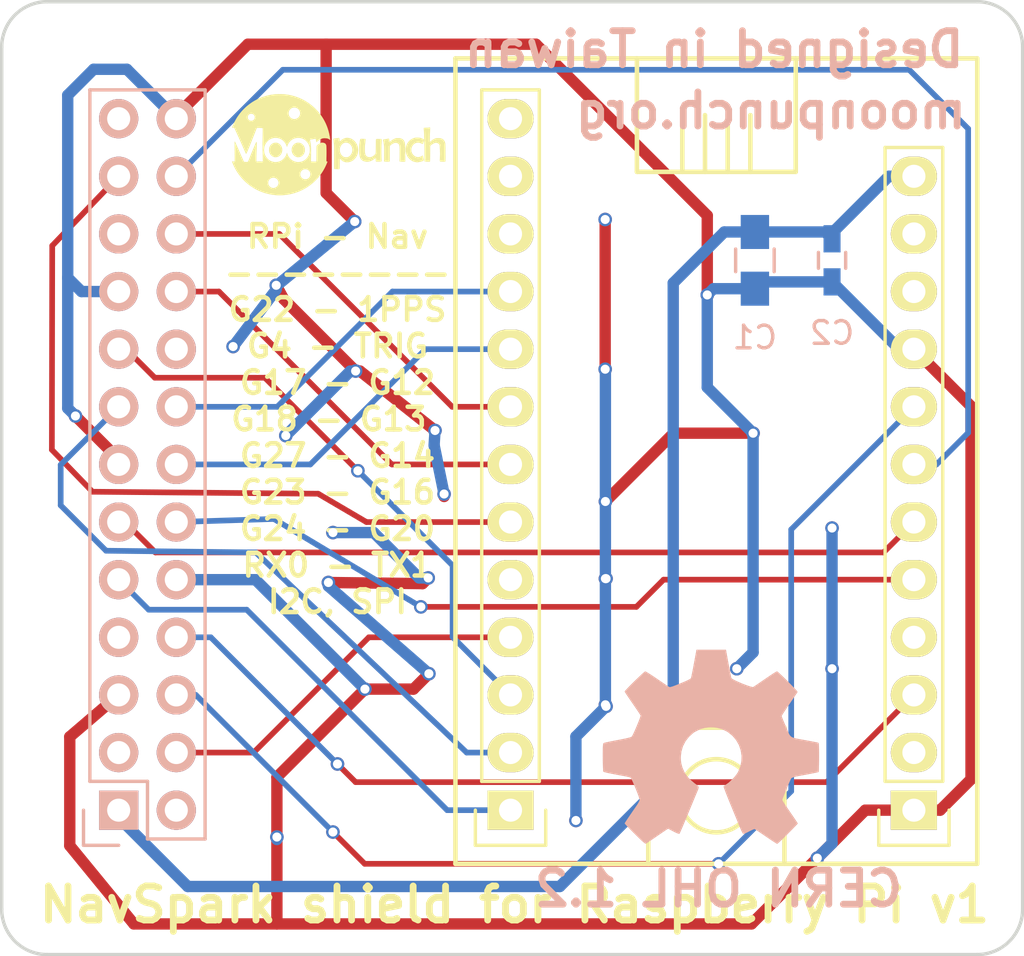
<source format=kicad_pcb>
(kicad_pcb (version 4) (host pcbnew 4.0.1-stable)

  (general
    (links 25)
    (no_connects 0)
    (area 99.924999 99.924999 145.075001 142.075001)
    (thickness 1.6)
    (drawings 28)
    (tracks 198)
    (zones 0)
    (modules 7)
    (nets 31)
  )

  (page A4)
  (layers
    (0 F.Cu signal)
    (31 B.Cu signal)
    (32 B.Adhes user)
    (33 F.Adhes user)
    (34 B.Paste user)
    (35 F.Paste user)
    (36 B.SilkS user)
    (37 F.SilkS user)
    (38 B.Mask user)
    (39 F.Mask user)
    (40 Dwgs.User user)
    (41 Cmts.User user)
    (42 Eco1.User user)
    (43 Eco2.User user)
    (44 Edge.Cuts user)
    (45 Margin user)
    (46 B.CrtYd user)
    (47 F.CrtYd user hide)
    (48 B.Fab user)
    (49 F.Fab user hide)
  )

  (setup
    (last_trace_width 0.25)
    (trace_clearance 0.2)
    (zone_clearance 0.508)
    (zone_45_only no)
    (trace_min 0.2)
    (segment_width 0.2)
    (edge_width 0.15)
    (via_size 0.6)
    (via_drill 0.4)
    (via_min_size 0.4)
    (via_min_drill 0.3)
    (uvia_size 0.3)
    (uvia_drill 0.1)
    (uvias_allowed no)
    (uvia_min_size 0.2)
    (uvia_min_drill 0.1)
    (pcb_text_width 0.3)
    (pcb_text_size 1.5 1.5)
    (mod_edge_width 0.15)
    (mod_text_size 1 1)
    (mod_text_width 0.15)
    (pad_size 1.524 1.524)
    (pad_drill 0.762)
    (pad_to_mask_clearance 0.2)
    (aux_axis_origin 0 0)
    (visible_elements FFFFFF7F)
    (pcbplotparams
      (layerselection 0x010f0_80000001)
      (usegerberextensions false)
      (excludeedgelayer true)
      (linewidth 0.100000)
      (plotframeref false)
      (viasonmask false)
      (mode 1)
      (useauxorigin false)
      (hpglpennumber 1)
      (hpglpenspeed 20)
      (hpglpendiameter 15)
      (hpglpenoverlay 2)
      (psnegative false)
      (psa4output false)
      (plotreference true)
      (plotvalue true)
      (plotinvisibletext false)
      (padsonsilk false)
      (subtractmaskfromsilk false)
      (outputformat 1)
      (mirror false)
      (drillshape 0)
      (scaleselection 1)
      (outputdirectory navspark_rpi_shield/))
  )

  (net 0 "")
  (net 1 VCC)
  (net 2 GND)
  (net 3 "Net-(P1-Pad2)")
  (net 4 "Net-(P1-Pad3)")
  (net 5 /I2C_SDA)
  (net 6 /I2C_SCL)
  (net 7 "Net-(P1-Pad7)")
  (net 8 /TRIG)
  (net 9 /N_TXD1)
  (net 10 /GPIO13)
  (net 11 /GPIO12)
  (net 12 /GPIO14)
  (net 13 /GPIO16)
  (net 14 /1PPS)
  (net 15 /GPIO20)
  (net 16 "Net-(P1-Pad18)")
  (net 17 /SPI_MOSI)
  (net 18 "Net-(P1-Pad21)")
  (net 19 /SPI_MISO)
  (net 20 /SPI_CSN0)
  (net 21 /SPI_SCK)
  (net 22 "Net-(P1-Pad25)")
  (net 23 "Net-(P2-Pad5)")
  (net 24 "Net-(P2-Pad11)")
  (net 25 "Net-(P2-Pad12)")
  (net 26 "Net-(P2-Pad13)")
  (net 27 "Net-(P3-Pad2)")
  (net 28 "Net-(P3-Pad4)")
  (net 29 "Net-(P3-Pad10)")
  (net 30 "Net-(P3-Pad11)")

  (net_class Default "This is the default net class."
    (clearance 0.2)
    (trace_width 0.25)
    (via_dia 0.6)
    (via_drill 0.4)
    (uvia_dia 0.3)
    (uvia_drill 0.1)
    (add_net /1PPS)
    (add_net /GPIO12)
    (add_net /GPIO13)
    (add_net /GPIO14)
    (add_net /GPIO16)
    (add_net /GPIO20)
    (add_net /I2C_SCL)
    (add_net /I2C_SDA)
    (add_net /N_TXD1)
    (add_net /SPI_CSN0)
    (add_net /SPI_MISO)
    (add_net /SPI_MOSI)
    (add_net /SPI_SCK)
    (add_net /TRIG)
    (add_net "Net-(P1-Pad18)")
    (add_net "Net-(P1-Pad2)")
    (add_net "Net-(P1-Pad21)")
    (add_net "Net-(P1-Pad25)")
    (add_net "Net-(P1-Pad3)")
    (add_net "Net-(P1-Pad7)")
    (add_net "Net-(P2-Pad11)")
    (add_net "Net-(P2-Pad12)")
    (add_net "Net-(P2-Pad13)")
    (add_net "Net-(P2-Pad5)")
    (add_net "Net-(P3-Pad10)")
    (add_net "Net-(P3-Pad11)")
    (add_net "Net-(P3-Pad2)")
    (add_net "Net-(P3-Pad4)")
  )

  (net_class Power ""
    (clearance 0.2)
    (trace_width 0.5)
    (via_dia 0.6)
    (via_drill 0.4)
    (uvia_dia 0.3)
    (uvia_drill 0.1)
    (add_net GND)
    (add_net VCC)
  )

  (module Capacitors_SMD:C_0805_HandSoldering (layer B.Cu) (tedit 56761AE8) (tstamp 5679A073)
    (at 133.2 111.4 270)
    (descr "Capacitor SMD 0805, hand soldering")
    (tags "capacitor 0805")
    (path /56760528)
    (attr smd)
    (fp_text reference C1 (at 3.4 0 360) (layer B.SilkS)
      (effects (font (size 1 1) (thickness 0.15)) (justify mirror))
    )
    (fp_text value 10u (at -3.4 0 360) (layer B.Fab)
      (effects (font (size 1 1) (thickness 0.15)) (justify mirror))
    )
    (fp_line (start -2.3 1) (end 2.3 1) (layer B.CrtYd) (width 0.05))
    (fp_line (start -2.3 -1) (end 2.3 -1) (layer B.CrtYd) (width 0.05))
    (fp_line (start -2.3 1) (end -2.3 -1) (layer B.CrtYd) (width 0.05))
    (fp_line (start 2.3 1) (end 2.3 -1) (layer B.CrtYd) (width 0.05))
    (fp_line (start 0.5 0.85) (end -0.5 0.85) (layer B.SilkS) (width 0.15))
    (fp_line (start -0.5 -0.85) (end 0.5 -0.85) (layer B.SilkS) (width 0.15))
    (pad 1 smd rect (at -1.25 0 270) (size 1.5 1.25) (layers B.Cu B.Paste B.Mask)
      (net 1 VCC))
    (pad 2 smd rect (at 1.25 0 270) (size 1.5 1.25) (layers B.Cu B.Paste B.Mask)
      (net 2 GND))
    (model Capacitors_SMD.3dshapes/C_0805_HandSoldering.wrl
      (at (xyz 0 0 0))
      (scale (xyz 1 1 1))
      (rotate (xyz 0 0 0))
    )
  )

  (module Capacitors_SMD:C_0603_HandSoldering (layer B.Cu) (tedit 56761ACE) (tstamp 5679A07F)
    (at 136.6 111.4 270)
    (descr "Capacitor SMD 0603, hand soldering")
    (tags "capacitor 0603")
    (path /5676322D)
    (attr smd)
    (fp_text reference C2 (at 3.2 0 360) (layer B.SilkS)
      (effects (font (size 1 1) (thickness 0.15)) (justify mirror))
    )
    (fp_text value 10p (at -3.2 0.2 360) (layer B.Fab)
      (effects (font (size 1 1) (thickness 0.15)) (justify mirror))
    )
    (fp_line (start -1.85 0.75) (end 1.85 0.75) (layer B.CrtYd) (width 0.05))
    (fp_line (start -1.85 -0.75) (end 1.85 -0.75) (layer B.CrtYd) (width 0.05))
    (fp_line (start -1.85 0.75) (end -1.85 -0.75) (layer B.CrtYd) (width 0.05))
    (fp_line (start 1.85 0.75) (end 1.85 -0.75) (layer B.CrtYd) (width 0.05))
    (fp_line (start -0.35 0.6) (end 0.35 0.6) (layer B.SilkS) (width 0.15))
    (fp_line (start 0.35 -0.6) (end -0.35 -0.6) (layer B.SilkS) (width 0.15))
    (pad 1 smd rect (at -0.95 0 270) (size 1.2 0.75) (layers B.Cu B.Paste B.Mask)
      (net 1 VCC))
    (pad 2 smd rect (at 0.95 0 270) (size 1.2 0.75) (layers B.Cu B.Paste B.Mask)
      (net 2 GND))
    (model Capacitors_SMD.3dshapes/C_0603_HandSoldering.wrl
      (at (xyz 0 0 0))
      (scale (xyz 1 1 1))
      (rotate (xyz 0 0 0))
    )
  )

  (module Pin_Headers:Pin_Header_Straight_2x13 (layer B.Cu) (tedit 56762E21) (tstamp 5679A0A9)
    (at 105.156 135.636)
    (descr "Through hole pin header")
    (tags "pin header")
    (path /56760429)
    (fp_text reference P1 (at 0 5.1) (layer B.Fab)
      (effects (font (size 1 1) (thickness 0.15)) (justify mirror))
    )
    (fp_text value CONN_02X13 (at 0 3.1) (layer B.Fab)
      (effects (font (size 1 1) (thickness 0.15)) (justify mirror))
    )
    (fp_line (start -1.75 1.75) (end -1.75 -32.25) (layer B.CrtYd) (width 0.05))
    (fp_line (start 4.3 1.75) (end 4.3 -32.25) (layer B.CrtYd) (width 0.05))
    (fp_line (start -1.75 1.75) (end 4.3 1.75) (layer B.CrtYd) (width 0.05))
    (fp_line (start -1.75 -32.25) (end 4.3 -32.25) (layer B.CrtYd) (width 0.05))
    (fp_line (start 3.81 1.27) (end 3.81 -31.75) (layer B.SilkS) (width 0.15))
    (fp_line (start -1.27 -1.27) (end -1.27 -31.75) (layer B.SilkS) (width 0.15))
    (fp_line (start 3.81 -31.75) (end -1.27 -31.75) (layer B.SilkS) (width 0.15))
    (fp_line (start 3.81 1.27) (end 1.27 1.27) (layer B.SilkS) (width 0.15))
    (fp_line (start 0 1.55) (end -1.55 1.55) (layer B.SilkS) (width 0.15))
    (fp_line (start 1.27 1.27) (end 1.27 -1.27) (layer B.SilkS) (width 0.15))
    (fp_line (start 1.27 -1.27) (end -1.27 -1.27) (layer B.SilkS) (width 0.15))
    (fp_line (start -1.55 1.55) (end -1.55 0) (layer B.SilkS) (width 0.15))
    (pad 1 thru_hole rect (at 0 0) (size 1.7272 1.7272) (drill 1.016) (layers *.Cu *.Mask B.SilkS)
      (net 1 VCC))
    (pad 2 thru_hole oval (at 2.54 0) (size 1.7272 1.7272) (drill 1.016) (layers *.Cu *.Mask B.SilkS)
      (net 3 "Net-(P1-Pad2)"))
    (pad 3 thru_hole oval (at 0 -2.54) (size 1.7272 1.7272) (drill 1.016) (layers *.Cu *.Mask B.SilkS)
      (net 4 "Net-(P1-Pad3)"))
    (pad 4 thru_hole oval (at 2.54 -2.54) (size 1.7272 1.7272) (drill 1.016) (layers *.Cu *.Mask B.SilkS)
      (net 5 /I2C_SDA))
    (pad 5 thru_hole oval (at 0 -5.08) (size 1.7272 1.7272) (drill 1.016) (layers *.Cu *.Mask B.SilkS)
      (net 2 GND))
    (pad 6 thru_hole oval (at 2.54 -5.08) (size 1.7272 1.7272) (drill 1.016) (layers *.Cu *.Mask B.SilkS)
      (net 6 /I2C_SCL))
    (pad 7 thru_hole oval (at 0 -7.62) (size 1.7272 1.7272) (drill 1.016) (layers *.Cu *.Mask B.SilkS)
      (net 7 "Net-(P1-Pad7)"))
    (pad 8 thru_hole oval (at 2.54 -7.62) (size 1.7272 1.7272) (drill 1.016) (layers *.Cu *.Mask B.SilkS)
      (net 8 /TRIG))
    (pad 9 thru_hole oval (at 0 -10.16) (size 1.7272 1.7272) (drill 1.016) (layers *.Cu *.Mask B.SilkS)
      (net 9 /N_TXD1))
    (pad 10 thru_hole oval (at 2.54 -10.16) (size 1.7272 1.7272) (drill 1.016) (layers *.Cu *.Mask B.SilkS)
      (net 2 GND))
    (pad 11 thru_hole oval (at 0 -12.7) (size 1.7272 1.7272) (drill 1.016) (layers *.Cu *.Mask B.SilkS)
      (net 10 /GPIO13))
    (pad 12 thru_hole oval (at 2.54 -12.7) (size 1.7272 1.7272) (drill 1.016) (layers *.Cu *.Mask B.SilkS)
      (net 11 /GPIO12))
    (pad 13 thru_hole oval (at 0 -15.24) (size 1.7272 1.7272) (drill 1.016) (layers *.Cu *.Mask B.SilkS)
      (net 2 GND))
    (pad 14 thru_hole oval (at 2.54 -15.24) (size 1.7272 1.7272) (drill 1.016) (layers *.Cu *.Mask B.SilkS)
      (net 12 /GPIO14))
    (pad 15 thru_hole oval (at 0 -17.78) (size 1.7272 1.7272) (drill 1.016) (layers *.Cu *.Mask B.SilkS)
      (net 13 /GPIO16))
    (pad 16 thru_hole oval (at 2.54 -17.78) (size 1.7272 1.7272) (drill 1.016) (layers *.Cu *.Mask B.SilkS)
      (net 14 /1PPS))
    (pad 17 thru_hole oval (at 0 -20.32) (size 1.7272 1.7272) (drill 1.016) (layers *.Cu *.Mask B.SilkS)
      (net 15 /GPIO20))
    (pad 18 thru_hole oval (at 2.54 -20.32) (size 1.7272 1.7272) (drill 1.016) (layers *.Cu *.Mask B.SilkS)
      (net 16 "Net-(P1-Pad18)"))
    (pad 19 thru_hole oval (at 0 -22.86) (size 1.7272 1.7272) (drill 1.016) (layers *.Cu *.Mask B.SilkS)
      (net 2 GND))
    (pad 20 thru_hole oval (at 2.54 -22.86) (size 1.7272 1.7272) (drill 1.016) (layers *.Cu *.Mask B.SilkS)
      (net 17 /SPI_MOSI))
    (pad 21 thru_hole oval (at 0 -25.4) (size 1.7272 1.7272) (drill 1.016) (layers *.Cu *.Mask B.SilkS)
      (net 18 "Net-(P1-Pad21)"))
    (pad 22 thru_hole oval (at 2.54 -25.4) (size 1.7272 1.7272) (drill 1.016) (layers *.Cu *.Mask B.SilkS)
      (net 19 /SPI_MISO))
    (pad 23 thru_hole oval (at 0 -27.94) (size 1.7272 1.7272) (drill 1.016) (layers *.Cu *.Mask B.SilkS)
      (net 20 /SPI_CSN0))
    (pad 24 thru_hole oval (at 2.54 -27.94) (size 1.7272 1.7272) (drill 1.016) (layers *.Cu *.Mask B.SilkS)
      (net 21 /SPI_SCK))
    (pad 25 thru_hole oval (at 0 -30.48) (size 1.7272 1.7272) (drill 1.016) (layers *.Cu *.Mask B.SilkS)
      (net 22 "Net-(P1-Pad25)"))
    (pad 26 thru_hole oval (at 2.54 -30.48) (size 1.7272 1.7272) (drill 1.016) (layers *.Cu *.Mask B.SilkS)
      (net 2 GND))
    (model Pin_Headers.3dshapes/Pin_Header_Straight_2x13.wrl
      (at (xyz 0.05 -0.6 0))
      (scale (xyz 1 1 1))
      (rotate (xyz 0 0 90))
    )
  )

  (module Pin_Headers:Pin_Header_Straight_1x13 locked (layer F.Cu) (tedit 56762E15) (tstamp 5679A0C5)
    (at 122.428 135.636 180)
    (descr "Through hole pin header")
    (tags "pin header")
    (path /567604C2)
    (fp_text reference P2 (at 0 -5.1 180) (layer F.Fab)
      (effects (font (size 1 1) (thickness 0.15)))
    )
    (fp_text value CONN_01X13 (at 0 -3.1 180) (layer F.Fab)
      (effects (font (size 1 1) (thickness 0.15)))
    )
    (fp_line (start -1.75 -1.75) (end -1.75 32.25) (layer F.CrtYd) (width 0.05))
    (fp_line (start 1.75 -1.75) (end 1.75 32.25) (layer F.CrtYd) (width 0.05))
    (fp_line (start -1.75 -1.75) (end 1.75 -1.75) (layer F.CrtYd) (width 0.05))
    (fp_line (start -1.75 32.25) (end 1.75 32.25) (layer F.CrtYd) (width 0.05))
    (fp_line (start -1.27 1.27) (end -1.27 31.75) (layer F.SilkS) (width 0.15))
    (fp_line (start -1.27 31.75) (end 1.27 31.75) (layer F.SilkS) (width 0.15))
    (fp_line (start 1.27 31.75) (end 1.27 1.27) (layer F.SilkS) (width 0.15))
    (fp_line (start 1.55 -1.55) (end 1.55 0) (layer F.SilkS) (width 0.15))
    (fp_line (start 1.27 1.27) (end -1.27 1.27) (layer F.SilkS) (width 0.15))
    (fp_line (start -1.55 0) (end -1.55 -1.55) (layer F.SilkS) (width 0.15))
    (fp_line (start -1.55 -1.55) (end 1.55 -1.55) (layer F.SilkS) (width 0.15))
    (pad 1 thru_hole rect (at 0 0 180) (size 2.032 1.7272) (drill 1.016) (layers *.Cu *.Mask F.SilkS)
      (net 9 /N_TXD1))
    (pad 2 thru_hole oval (at 0 2.54 180) (size 2.032 1.7272) (drill 1.016) (layers *.Cu *.Mask F.SilkS)
      (net 13 /GPIO16))
    (pad 3 thru_hole oval (at 0 5.08 180) (size 2.032 1.7272) (drill 1.016) (layers *.Cu *.Mask F.SilkS)
      (net 15 /GPIO20))
    (pad 4 thru_hole oval (at 0 7.62 180) (size 2.032 1.7272) (drill 1.016) (layers *.Cu *.Mask F.SilkS)
      (net 5 /I2C_SDA))
    (pad 5 thru_hole oval (at 0 10.16 180) (size 2.032 1.7272) (drill 1.016) (layers *.Cu *.Mask F.SilkS)
      (net 23 "Net-(P2-Pad5)"))
    (pad 6 thru_hole oval (at 0 12.7 180) (size 2.032 1.7272) (drill 1.016) (layers *.Cu *.Mask F.SilkS)
      (net 20 /SPI_CSN0))
    (pad 7 thru_hole oval (at 0 15.24 180) (size 2.032 1.7272) (drill 1.016) (layers *.Cu *.Mask F.SilkS)
      (net 17 /SPI_MOSI))
    (pad 8 thru_hole oval (at 0 17.78 180) (size 2.032 1.7272) (drill 1.016) (layers *.Cu *.Mask F.SilkS)
      (net 19 /SPI_MISO))
    (pad 9 thru_hole oval (at 0 20.32 180) (size 2.032 1.7272) (drill 1.016) (layers *.Cu *.Mask F.SilkS)
      (net 12 /GPIO14))
    (pad 10 thru_hole oval (at 0 22.86 180) (size 2.032 1.7272) (drill 1.016) (layers *.Cu *.Mask F.SilkS)
      (net 14 /1PPS))
    (pad 11 thru_hole oval (at 0 25.4 180) (size 2.032 1.7272) (drill 1.016) (layers *.Cu *.Mask F.SilkS)
      (net 24 "Net-(P2-Pad11)"))
    (pad 12 thru_hole oval (at 0 27.94 180) (size 2.032 1.7272) (drill 1.016) (layers *.Cu *.Mask F.SilkS)
      (net 25 "Net-(P2-Pad12)"))
    (pad 13 thru_hole oval (at 0 30.48 180) (size 2.032 1.7272) (drill 1.016) (layers *.Cu *.Mask F.SilkS)
      (net 26 "Net-(P2-Pad13)"))
    (model Pin_Headers.3dshapes/Pin_Header_Straight_1x13.wrl
      (at (xyz 0 -0.6 0))
      (scale (xyz 1 1 1))
      (rotate (xyz 0 0 90))
    )
  )

  (module Pin_Headers:Pin_Header_Straight_1x12 locked (layer F.Cu) (tedit 56762E06) (tstamp 5679A0E0)
    (at 140.208 135.636 180)
    (descr "Through hole pin header")
    (tags "pin header")
    (path /567604F5)
    (fp_text reference P3 (at 0 -5.1 180) (layer F.Fab)
      (effects (font (size 1 1) (thickness 0.15)))
    )
    (fp_text value CONN_01X12 (at 0 -3.1 180) (layer F.Fab)
      (effects (font (size 1 1) (thickness 0.15)))
    )
    (fp_line (start -1.75 -1.75) (end -1.75 29.7) (layer F.CrtYd) (width 0.05))
    (fp_line (start 1.75 -1.75) (end 1.75 29.7) (layer F.CrtYd) (width 0.05))
    (fp_line (start -1.75 -1.75) (end 1.75 -1.75) (layer F.CrtYd) (width 0.05))
    (fp_line (start -1.75 29.7) (end 1.75 29.7) (layer F.CrtYd) (width 0.05))
    (fp_line (start 1.27 1.27) (end 1.27 29.21) (layer F.SilkS) (width 0.15))
    (fp_line (start 1.27 29.21) (end -1.27 29.21) (layer F.SilkS) (width 0.15))
    (fp_line (start -1.27 29.21) (end -1.27 1.27) (layer F.SilkS) (width 0.15))
    (fp_line (start 1.55 -1.55) (end 1.55 0) (layer F.SilkS) (width 0.15))
    (fp_line (start 1.27 1.27) (end -1.27 1.27) (layer F.SilkS) (width 0.15))
    (fp_line (start -1.55 0) (end -1.55 -1.55) (layer F.SilkS) (width 0.15))
    (fp_line (start -1.55 -1.55) (end 1.55 -1.55) (layer F.SilkS) (width 0.15))
    (pad 1 thru_hole rect (at 0 0 180) (size 2.032 1.7272) (drill 1.016) (layers *.Cu *.Mask F.SilkS)
      (net 2 GND))
    (pad 2 thru_hole oval (at 0 2.54 180) (size 2.032 1.7272) (drill 1.016) (layers *.Cu *.Mask F.SilkS)
      (net 27 "Net-(P3-Pad2)"))
    (pad 3 thru_hole oval (at 0 5.08 180) (size 2.032 1.7272) (drill 1.016) (layers *.Cu *.Mask F.SilkS)
      (net 8 /TRIG))
    (pad 4 thru_hole oval (at 0 7.62 180) (size 2.032 1.7272) (drill 1.016) (layers *.Cu *.Mask F.SilkS)
      (net 28 "Net-(P3-Pad4)"))
    (pad 5 thru_hole oval (at 0 10.16 180) (size 2.032 1.7272) (drill 1.016) (layers *.Cu *.Mask F.SilkS)
      (net 11 /GPIO12))
    (pad 6 thru_hole oval (at 0 12.7 180) (size 2.032 1.7272) (drill 1.016) (layers *.Cu *.Mask F.SilkS)
      (net 10 /GPIO13))
    (pad 7 thru_hole oval (at 0 15.24 180) (size 2.032 1.7272) (drill 1.016) (layers *.Cu *.Mask F.SilkS)
      (net 21 /SPI_SCK))
    (pad 8 thru_hole oval (at 0 17.78 180) (size 2.032 1.7272) (drill 1.016) (layers *.Cu *.Mask F.SilkS)
      (net 6 /I2C_SCL))
    (pad 9 thru_hole oval (at 0 20.32 180) (size 2.032 1.7272) (drill 1.016) (layers *.Cu *.Mask F.SilkS)
      (net 2 GND))
    (pad 10 thru_hole oval (at 0 22.86 180) (size 2.032 1.7272) (drill 1.016) (layers *.Cu *.Mask F.SilkS)
      (net 29 "Net-(P3-Pad10)"))
    (pad 11 thru_hole oval (at 0 25.4 180) (size 2.032 1.7272) (drill 1.016) (layers *.Cu *.Mask F.SilkS)
      (net 30 "Net-(P3-Pad11)"))
    (pad 12 thru_hole oval (at 0 27.94 180) (size 2.032 1.7272) (drill 1.016) (layers *.Cu *.Mask F.SilkS)
      (net 1 VCC))
    (model Pin_Headers.3dshapes/Pin_Header_Straight_1x12.wrl
      (at (xyz 0 -0.55 0))
      (scale (xyz 1 1 1))
      (rotate (xyz 0 0 90))
    )
  )

  (module navspark:moonpunch_1cm (layer F.Cu) (tedit 0) (tstamp 5679AF6E)
    (at 114.8 106.3)
    (fp_text reference G*** (at 0 0) (layer F.SilkS) hide
      (effects (font (thickness 0.3)))
    )
    (fp_text value MOONPUNCH_LOGO (at 0.75 0) (layer F.SilkS) hide
      (effects (font (thickness 0.3)))
    )
    (fp_poly (pts (xy -2.392247 -2.221476) (xy -2.281482 -2.211215) (xy -2.17113 -2.195431) (xy -2.096911 -2.181627)
      (xy -1.98892 -2.1568) (xy -1.882814 -2.126727) (xy -1.778754 -2.091537) (xy -1.676902 -2.051359)
      (xy -1.577419 -2.006321) (xy -1.480465 -1.956553) (xy -1.386202 -1.902182) (xy -1.294791 -1.843338)
      (xy -1.206393 -1.78015) (xy -1.121169 -1.712745) (xy -1.039281 -1.641254) (xy -0.960889 -1.565805)
      (xy -0.886155 -1.486526) (xy -0.815239 -1.403546) (xy -0.748303 -1.316995) (xy -0.685507 -1.227)
      (xy -0.627014 -1.133691) (xy -0.572983 -1.037196) (xy -0.523577 -0.937644) (xy -0.513786 -0.916322)
      (xy -0.473515 -0.82118) (xy -0.43731 -0.722803) (xy -0.405471 -0.622159) (xy -0.378299 -0.520217)
      (xy -0.356096 -0.417947) (xy -0.351583 -0.3937) (xy -0.348054 -0.373348) (xy -0.344535 -0.351663)
      (xy -0.341119 -0.329367) (xy -0.337901 -0.307181) (xy -0.334975 -0.285826) (xy -0.332434 -0.266025)
      (xy -0.330373 -0.248497) (xy -0.328885 -0.233965) (xy -0.328065 -0.223149) (xy -0.328006 -0.216772)
      (xy -0.32835 -0.215398) (xy -0.331137 -0.216233) (xy -0.336732 -0.220034) (xy -0.342458 -0.224725)
      (xy -0.367905 -0.243374) (xy -0.398038 -0.258946) (xy -0.432796 -0.271421) (xy -0.472121 -0.280777)
      (xy -0.515952 -0.286996) (xy -0.527755 -0.28807) (xy -0.568099 -0.289664) (xy -0.60569 -0.28744)
      (xy -0.642101 -0.281208) (xy -0.678902 -0.270776) (xy -0.683656 -0.269151) (xy -0.702765 -0.261881)
      (xy -0.723717 -0.252881) (xy -0.744689 -0.243009) (xy -0.763855 -0.233121) (xy -0.778941 -0.224362)
      (xy -0.785384 -0.220039) (xy -0.795508 -0.212938) (xy -0.808479 -0.203667) (xy -0.823464 -0.192836)
      (xy -0.83963 -0.181054) (xy -0.856142 -0.168931) (xy -0.872167 -0.157075) (xy -0.886872 -0.146096)
      (xy -0.899423 -0.136604) (xy -0.907333 -0.130506) (xy -0.927077 -0.115077) (xy -0.930743 -0.127389)
      (xy -0.934554 -0.141956) (xy -0.938627 -0.160555) (xy -0.942657 -0.181599) (xy -0.946342 -0.203504)
      (xy -0.949378 -0.224684) (xy -0.949417 -0.22499) (xy -0.951215 -0.237969) (xy -0.952992 -0.248988)
      (xy -0.954526 -0.256771) (xy -0.955484 -0.259906) (xy -0.956406 -0.260903) (xy -0.958084 -0.261589)
      (xy -0.960987 -0.261905) (xy -0.965583 -0.261793) (xy -0.972341 -0.261194) (xy -0.981729 -0.260049)
      (xy -0.994215 -0.2583) (xy -1.010268 -0.255888) (xy -1.030356 -0.252754) (xy -1.054949 -0.248841)
      (xy -1.084513 -0.244089) (xy -1.093611 -0.242622) (xy -1.122588 -0.237919) (xy -1.146485 -0.233959)
      (xy -1.165801 -0.230632) (xy -1.181035 -0.227824) (xy -1.192686 -0.225426) (xy -1.201253 -0.223325)
      (xy -1.207235 -0.22141) (xy -1.211132 -0.21957) (xy -1.213442 -0.217693) (xy -1.214665 -0.215668)
      (xy -1.214696 -0.215587) (xy -1.2147 -0.211308) (xy -1.213501 -0.202892) (xy -1.211318 -0.191665)
      (xy -1.209144 -0.182101) (xy -1.200728 -0.144026) (xy -1.192716 -0.101631) (xy -1.185318 -0.056237)
      (xy -1.17874 -0.009164) (xy -1.173192 0.038265) (xy -1.171096 0.059266) (xy -1.169947 0.075017)
      (xy -1.168949 0.096038) (xy -1.168104 0.12196) (xy -1.167415 0.152411) (xy -1.166884 0.18702)
      (xy -1.166515 0.225415) (xy -1.166308 0.267226) (xy -1.166268 0.312082) (xy -1.166397 0.359611)
      (xy -1.166697 0.409442) (xy -1.16717 0.461204) (xy -1.16782 0.514526) (xy -1.167918 0.521601)
      (xy -1.168513 0.566828) (xy -1.168951 0.606751) (xy -1.169232 0.641324) (xy -1.169355 0.670501)
      (xy -1.16932 0.694237) (xy -1.169128 0.712488) (xy -1.168779 0.725207) (xy -1.168272 0.732349)
      (xy -1.168002 0.733707) (xy -1.163189 0.740915) (xy -1.157633 0.744626) (xy -1.153642 0.745136)
      (xy -1.144773 0.74566) (xy -1.131793 0.746186) (xy -1.11547 0.7467) (xy -1.096569 0.747189)
      (xy -1.075858 0.747641) (xy -1.054104 0.748043) (xy -1.032074 0.748382) (xy -1.010533 0.748646)
      (xy -0.99025 0.74882) (xy -0.971991 0.748894) (xy -0.956523 0.748853) (xy -0.944613 0.748685)
      (xy -0.937027 0.748378) (xy -0.936371 0.748325) (xy -0.934578 0.748149) (xy -0.932971 0.747764)
      (xy -0.93154 0.746874) (xy -0.930271 0.745183) (xy -0.929154 0.742395) (xy -0.928177 0.738214)
      (xy -0.927329 0.732343) (xy -0.926597 0.724486) (xy -0.925971 0.714347) (xy -0.925439 0.70163)
      (xy -0.924988 0.686039) (xy -0.924608 0.667277) (xy -0.924287 0.645049) (xy -0.924013 0.619059)
      (xy -0.923775 0.589009) (xy -0.92356 0.554604) (xy -0.923359 0.515548) (xy -0.923158 0.471545)
      (xy -0.922946 0.422298) (xy -0.922866 0.403578) (xy -0.922668 0.352393) (xy -0.922514 0.306537)
      (xy -0.922376 0.265697) (xy -0.922226 0.229555) (xy -0.922035 0.197799) (xy -0.921775 0.170114)
      (xy -0.921418 0.146184) (xy -0.920936 0.125694) (xy -0.9203 0.108331) (xy -0.919482 0.09378)
      (xy -0.918454 0.081725) (xy -0.917188 0.071852) (xy -0.915656 0.063846) (xy -0.913828 0.057393)
      (xy -0.911677 0.052178) (xy -0.909176 0.047885) (xy -0.906294 0.044201) (xy -0.903005 0.040811)
      (xy -0.899279 0.037399) (xy -0.89509 0.033652) (xy -0.890408 0.029254) (xy -0.88916 0.028019)
      (xy -0.871136 0.011813) (xy -0.848992 -0.005156) (xy -0.824031 -0.022093) (xy -0.797557 -0.038205)
      (xy -0.770876 -0.052696) (xy -0.745291 -0.064772) (xy -0.722489 -0.073513) (xy -0.712616 -0.076495)
      (xy -0.703643 -0.078465) (xy -0.693967 -0.079604) (xy -0.681984 -0.080095) (xy -0.666092 -0.080122)
      (xy -0.664633 -0.08011) (xy -0.633268 -0.078563) (xy -0.606062 -0.074342) (xy -0.582072 -0.067182)
      (xy -0.560353 -0.056818) (xy -0.544608 -0.046508) (xy -0.528773 -0.031501) (xy -0.51542 -0.011535)
      (xy -0.50453 0.01343) (xy -0.496085 0.043434) (xy -0.492131 0.064201) (xy -0.490926 0.074753)
      (xy -0.489837 0.090479) (xy -0.488867 0.110911) (xy -0.48802 0.135578) (xy -0.487299 0.164011)
      (xy -0.486708 0.195742) (xy -0.48625 0.230302) (xy -0.485929 0.26722) (xy -0.48575 0.306028)
      (xy -0.485714 0.346257) (xy -0.485827 0.387438) (xy -0.486091 0.429101) (xy -0.48651 0.470776)
      (xy -0.487089 0.511996) (xy -0.48783 0.552291) (xy -0.488222 0.57019) (xy -0.488993 0.60416)
      (xy -0.489614 0.632946) (xy -0.49008 0.657004) (xy -0.490391 0.676793) (xy -0.490542 0.692771)
      (xy -0.490532 0.705395) (xy -0.490358 0.715124) (xy -0.490018 0.722414) (xy -0.489508 0.727724)
      (xy -0.488828 0.731512) (xy -0.487974 0.734235) (xy -0.487322 0.735654) (xy -0.483179 0.74211)
      (xy -0.478027 0.745832) (xy -0.470283 0.747522) (xy -0.459791 0.747889) (xy -0.451816 0.748297)
      (xy -0.446797 0.74934) (xy -0.445911 0.750124) (xy -0.44701 0.75501) (xy -0.450123 0.764379)
      (xy -0.454974 0.777558) (xy -0.461285 0.79387) (xy -0.468781 0.812642) (xy -0.477184 0.833197)
      (xy -0.486218 0.854862) (xy -0.495606 0.876961) (xy -0.505071 0.89882) (xy -0.514338 0.919763)
      (xy -0.523128 0.939115) (xy -0.525249 0.94369) (xy -0.574317 1.042381) (xy -0.628375 1.138591)
      (xy -0.687243 1.232097) (xy -0.750737 1.322675) (xy -0.818677 1.410104) (xy -0.890879 1.494161)
      (xy -0.967162 1.574622) (xy -1.047344 1.651265) (xy -1.131242 1.723866) (xy -1.217789 1.791545)
      (xy -1.308684 1.855573) (xy -1.402389 1.914791) (xy -1.498691 1.969131) (xy -1.597379 2.018522)
      (xy -1.698242 2.062897) (xy -1.801068 2.102185) (xy -1.905646 2.136317) (xy -2.011764 2.165225)
      (xy -2.119211 2.188839) (xy -2.227775 2.20709) (xy -2.337246 2.219908) (xy -2.447412 2.227225)
      (xy -2.554111 2.229005) (xy -2.574513 2.228819) (xy -2.594116 2.228587) (xy -2.611861 2.228328)
      (xy -2.626691 2.228058) (xy -2.637546 2.227792) (xy -2.6416 2.227646) (xy -2.753711 2.219812)
      (xy -2.865081 2.206401) (xy -2.975543 2.187453) (xy -3.084931 2.163008) (xy -3.193081 2.133102)
      (xy -3.299825 2.097777) (xy -3.405 2.05707) (xy -3.450166 2.037715) (xy -3.47122 2.028107)
      (xy -3.495999 2.016273) (xy -3.523341 2.002812) (xy -3.552081 1.988318) (xy -3.581056 1.973388)
      (xy -3.609104 1.958619) (xy -3.63506 1.944606) (xy -3.657762 1.931947) (xy -3.667478 1.92634)
      (xy -3.704373 1.904037) (xy -3.743731 1.878975) (xy -3.784438 1.851932) (xy -3.825383 1.823686)
      (xy -3.865453 1.795016) (xy -3.903536 1.766699) (xy -3.938519 1.739513) (xy -3.9624 1.720045)
      (xy -3.998857 1.688817) (xy -4.00643 1.682044) (xy -3.057145 1.682044) (xy -3.054779 1.718583)
      (xy -3.047323 1.752716) (xy -3.034706 1.784613) (xy -3.016859 1.814445) (xy -2.993714 1.842383)
      (xy -2.990921 1.845267) (xy -2.963598 1.869214) (xy -2.933703 1.888279) (xy -2.901702 1.902329)
      (xy -2.868062 1.911235) (xy -2.833247 1.914865) (xy -2.797723 1.913087) (xy -2.769123 1.907688)
      (xy -2.735902 1.896493) (xy -2.705005 1.880436) (xy -2.676909 1.859985) (xy -2.652087 1.835612)
      (xy -2.631015 1.807787) (xy -2.614169 1.776979) (xy -2.602023 1.743659) (xy -2.601534 1.741884)
      (xy -2.597471 1.721165) (xy -2.595351 1.697428) (xy -2.595173 1.672653) (xy -2.596935 1.64882)
      (xy -2.600635 1.627907) (xy -2.601625 1.624189) (xy -2.614052 1.590064) (xy -2.630676 1.559186)
      (xy -2.651031 1.531759) (xy -2.674653 1.50799) (xy -2.701079 1.488084) (xy -2.729844 1.472248)
      (xy -2.760482 1.460688) (xy -2.792531 1.453609) (xy -2.825525 1.451218) (xy -2.858999 1.453719)
      (xy -2.892491 1.461321) (xy -2.925535 1.474227) (xy -2.932258 1.477571) (xy -2.963088 1.496543)
      (xy -2.990014 1.519403) (xy -3.012779 1.545728) (xy -3.031126 1.575097) (xy -3.044796 1.607089)
      (xy -3.053533 1.641281) (xy -3.057079 1.677254) (xy -3.057145 1.682044) (xy -4.00643 1.682044)
      (xy -4.036402 1.655239) (xy -4.074108 1.620208) (xy -4.111049 1.584619) (xy -4.1463 1.549367)
      (xy -4.178934 1.515348) (xy -4.208024 1.483456) (xy -4.213224 1.47754) (xy -4.284967 1.391607)
      (xy -4.343833 1.314156) (xy -1.643325 1.314156) (xy -1.639409 1.349262) (xy -1.636735 1.361825)
      (xy -1.632254 1.375961) (xy -1.62524 1.392831) (xy -1.616562 1.410665) (xy -1.607094 1.427698)
      (xy -1.597708 1.442161) (xy -1.595888 1.444628) (xy -1.575056 1.467821) (xy -1.550029 1.488494)
      (xy -1.521955 1.505953) (xy -1.491981 1.519502) (xy -1.461254 1.528445) (xy -1.455926 1.529478)
      (xy -1.443239 1.530829) (xy -1.426816 1.531283) (xy -1.408479 1.530918) (xy -1.39005 1.529812)
      (xy -1.373353 1.528041) (xy -1.360211 1.525683) (xy -1.3589 1.525349) (xy -1.341758 1.519591)
      (xy -1.322501 1.511227) (xy -1.303132 1.50127) (xy -1.285654 1.490736) (xy -1.274332 1.482536)
      (xy -1.248799 1.45843) (xy -1.227739 1.431514) (xy -1.211195 1.402343) (xy -1.199209 1.371473)
      (xy -1.191825 1.339458) (xy -1.189086 1.306854) (xy -1.191035 1.274215) (xy -1.197717 1.242096)
      (xy -1.209174 1.211053) (xy -1.225449 1.18164) (xy -1.246586 1.154413) (xy -1.248564 1.152264)
      (xy -1.27546 1.127008) (xy -1.304132 1.107086) (xy -1.334767 1.092414) (xy -1.367554 1.082911)
      (xy -1.402681 1.078491) (xy -1.416755 1.078128) (xy -1.452 1.080757) (xy -1.48526 1.088371)
      (xy -1.516222 1.100564) (xy -1.54457 1.116929) (xy -1.569989 1.13706) (xy -1.592162 1.160551)
      (xy -1.610776 1.186994) (xy -1.625515 1.215982) (xy -1.636063 1.24711) (xy -1.642105 1.27997)
      (xy -1.643325 1.314156) (xy -4.343833 1.314156) (xy -4.351401 1.3042) (xy -4.41275 1.214969)
      (xy -4.469236 1.123562) (xy -4.521083 1.029631) (xy -4.568513 0.932822) (xy -4.589366 0.886178)
      (xy -4.596857 0.868624) (xy -4.60465 0.849858) (xy -4.612466 0.830606) (xy -4.620024 0.811593)
      (xy -4.627046 0.793544) (xy -4.633252 0.777185) (xy -4.638363 0.763241) (xy -4.642099 0.752438)
      (xy -4.64418 0.745502) (xy -4.644439 0.743187) (xy -4.641354 0.742968) (xy -4.633588 0.743141)
      (xy -4.622089 0.743665) (xy -4.607805 0.7445) (xy -4.595546 0.745324) (xy -4.577791 0.746529)
      (xy -4.564708 0.747236) (xy -4.555347 0.747421) (xy -4.548757 0.747065) (xy -4.543987 0.746146)
      (xy -4.540085 0.744642) (xy -4.538889 0.744046) (xy -4.536515 0.742868) (xy -4.534385 0.74172)
      (xy -4.532492 0.740308) (xy -4.530825 0.738334) (xy -4.529377 0.735503) (xy -4.528137 0.731517)
      (xy -4.527096 0.726083) (xy -4.526247 0.718901) (xy -4.525579 0.709678) (xy -4.525084 0.698116)
      (xy -4.524752 0.68392) (xy -4.524574 0.666793) (xy -4.524542 0.646438) (xy -4.524646 0.62256)
      (xy -4.524877 0.594863) (xy -4.525227 0.56305) (xy -4.525685 0.526826) (xy -4.526244 0.485893)
      (xy -4.526893 0.439956) (xy -4.527624 0.388718) (xy -4.527748 0.38002) (xy -4.52863 0.317812)
      (xy -4.529428 0.260999) (xy -4.530143 0.209334) (xy -4.530776 0.162567) (xy -4.531328 0.12045)
      (xy -4.5318 0.082735) (xy -4.532194 0.049175) (xy -4.53251 0.019519) (xy -4.532749 -0.00648)
      (xy -4.532912 -0.02907) (xy -4.533001 -0.0485) (xy -4.533017 -0.065019) (xy -4.532961 -0.078874)
      (xy -4.532833 -0.090313) (xy -4.532635 -0.099586) (xy -4.532368 -0.106941) (xy -4.532033 -0.112626)
      (xy -4.531631 -0.116889) (xy -4.531163 -0.119978) (xy -4.530631 -0.122143) (xy -4.530035 -0.123631)
      (xy -4.529932 -0.123826) (xy -4.526268 -0.130529) (xy -4.519797 -0.123826) (xy -4.51733 -0.119996)
      (xy -4.512913 -0.111587) (xy -4.506531 -0.098559) (xy -4.498165 -0.080875) (xy -4.4878 -0.058498)
      (xy -4.475417 -0.031388) (xy -4.461001 0.000491) (xy -4.444534 0.037178) (xy -4.426 0.07871)
      (xy -4.405381 0.125125) (xy -4.382661 0.176461) (xy -4.357823 0.232756) (xy -4.330849 0.294048)
      (xy -4.301724 0.360374) (xy -4.27043 0.431773) (xy -4.23695 0.508282) (xy -4.201267 0.58994)
      (xy -4.198228 0.5969) (xy -4.186058 0.624636) (xy -4.174422 0.650899) (xy -4.163536 0.675219)
      (xy -4.153616 0.697125) (xy -4.144877 0.716146) (xy -4.137537 0.731811) (xy -4.13181 0.743649)
      (xy -4.127914 0.751191) (xy -4.126169 0.753899) (xy -4.118756 0.758006) (xy -4.107228 0.761239)
      (xy -4.091265 0.763635) (xy -4.07055 0.765235) (xy -4.044765 0.766075) (xy -4.024489 0.766233)
      (xy -4.00397 0.766161) (xy -3.988213 0.765903) (xy -3.976335 0.765399) (xy -3.967454 0.764585)
      (xy -3.960688 0.7634) (xy -3.955156 0.761783) (xy -3.953792 0.761276) (xy -3.9481 0.758897)
      (xy -3.943887 0.756217) (xy -3.940364 0.752172) (xy -3.936741 0.745697) (xy -3.932228 0.735729)
      (xy -3.928672 0.72741) (xy -3.918242 0.702649) (xy -3.907401 0.676536) (xy -3.89654 0.650045)
      (xy -3.88605 0.624147) (xy -3.876325 0.599814) (xy -3.867755 0.578018) (xy -3.860732 0.559731)
      (xy -3.856821 0.549192) (xy -3.852399 0.537444) (xy -3.845962 0.52098) (xy -3.83771 0.50028)
      (xy -3.827842 0.475821) (xy -3.816557 0.44808) (xy -3.804054 0.417536) (xy -3.790531 0.384667)
      (xy -3.776188 0.349949) (xy -3.761224 0.313861) (xy -3.745837 0.276881) (xy -3.730227 0.239487)
      (xy -3.714592 0.202156) (xy -3.699132 0.165366) (xy -3.684046 0.129595) (xy -3.669532 0.09532)
      (xy -3.65579 0.06302) (xy -3.643018 0.033173) (xy -3.631416 0.006255) (xy -3.621182 -0.017255)
      (xy -3.616358 -0.028222) (xy -3.606008 -0.051562) (xy -3.597613 -0.070224) (xy -3.590887 -0.084717)
      (xy -3.58555 -0.095544) (xy -3.581318 -0.103214) (xy -3.577909 -0.108231) (xy -3.575039 -0.111101)
      (xy -3.572425 -0.112332) (xy -3.569786 -0.112428) (xy -3.569333 -0.11237) (xy -3.563055 -0.111478)
      (xy -3.563515 0.016933) (xy -3.563726 0.048739) (xy -3.564132 0.084714) (xy -3.564705 0.123388)
      (xy -3.565419 0.16329) (xy -3.566247 0.20295) (xy -3.567163 0.240897) (xy -3.568139 0.27566)
      (xy -3.568387 0.283633) (xy -3.569406 0.316658) (xy -3.570495 0.353898) (xy -3.571615 0.393924)
      (xy -3.572729 0.435309) (xy -3.573798 0.476623) (xy -3.574784 0.516439) (xy -3.57565 0.553329)
      (xy -3.576023 0.570089) (xy -3.576763 0.604492) (xy -3.577346 0.633709) (xy -3.577737 0.658197)
      (xy -3.577902 0.678413) (xy -3.577809 0.694813) (xy -3.577424 0.707854) (xy -3.576712 0.717994)
      (xy -3.575641 0.725689) (xy -3.574177 0.731396) (xy -3.572285 0.735573) (xy -3.569933 0.738675)
      (xy -3.567087 0.741159) (xy -3.563712 0.743484) (xy -3.563236 0.743797) (xy -3.560324 0.745429)
      (xy -3.556812 0.746551) (xy -3.551867 0.747179) (xy -3.544657 0.747329) (xy -3.534349 0.747018)
      (xy -3.520111 0.746261) (xy -3.501111 0.745074) (xy -3.500205 0.745015) (xy -3.460163 0.743134)
      (xy -3.422577 0.742925) (xy -3.393722 0.743872) (xy -3.375426 0.744697) (xy -3.357285 0.745414)
      (xy -3.340785 0.74597) (xy -3.327414 0.746314) (xy -3.320801 0.7464) (xy -3.309504 0.746297)
      (xy -3.302289 0.745609) (xy -3.297595 0.743913) (xy -3.293863 0.740787) (xy -3.291874 0.738559)
      (xy -3.289143 0.735082) (xy -3.287261 0.731399) (xy -3.286071 0.726434) (xy -3.285418 0.719114)
      (xy -3.285144 0.708364) (xy -3.285093 0.693112) (xy -3.285094 0.691992) (xy -3.285229 0.674588)
      (xy -3.285606 0.651973) (xy -3.286212 0.624575) (xy -3.287034 0.592824) (xy -3.288059 0.557146)
      (xy -3.289276 0.51797) (xy -3.29067 0.475724) (xy -3.29223 0.430837) (xy -3.293943 0.383735)
      (xy -3.295162 0.351366) (xy -3.297579 0.283166) (xy -3.299491 0.217912) (xy -3.299661 0.210255)
      (xy -3.238854 0.210255) (xy -3.238684 0.265967) (xy -3.233221 0.320749) (xy -3.22259 0.37421)
      (xy -3.206917 0.425958) (xy -3.18633 0.475604) (xy -3.160954 0.522756) (xy -3.130915 0.567023)
      (xy -3.118511 0.582754) (xy -3.08129 0.624171) (xy -3.041827 0.660422) (xy -3.000037 0.691557)
      (xy -2.955836 0.717624) (xy -2.90914 0.738674) (xy -2.859866 0.754756) (xy -2.807927 0.76592)
      (xy -2.806622 0.766132) (xy -2.789592 0.768089) (xy -2.768323 0.769317) (xy -2.744169 0.769845)
      (xy -2.718483 0.769702) (xy -2.692621 0.768916) (xy -2.667935 0.767517) (xy -2.645781 0.765532)
      (xy -2.627513 0.762991) (xy -2.623623 0.762254) (xy -2.590388 0.754411) (xy -2.55939 0.744626)
      (xy -2.528373 0.732114) (xy -2.504722 0.720958) (xy -2.475883 0.705579) (xy -2.44965 0.68913)
      (xy -2.424637 0.670599) (xy -2.399455 0.648969) (xy -2.377437 0.627944) (xy -2.354097 0.603956)
      (xy -2.334294 0.581609) (xy -2.316855 0.559437) (xy -2.300602 0.535979) (xy -2.28976 0.518761)
      (xy -2.275197 0.492941) (xy -2.261552 0.46511) (xy -2.249484 0.436821) (xy -2.23965 0.409628)
      (xy -2.23271 0.385084) (xy -2.232263 0.383116) (xy -2.229735 0.373937) (xy -2.227226 0.368292)
      (xy -2.225175 0.366741) (xy -2.224022 0.369848) (xy -2.223911 0.37245) (xy -2.222879 0.378839)
      (xy -2.220038 0.389341) (xy -2.215774 0.402868) (xy -2.210469 0.418332) (xy -2.204509 0.434645)
      (xy -2.198276 0.450718) (xy -2.192156 0.465463) (xy -2.187266 0.476271) (xy -2.165954 0.516153)
      (xy -2.140877 0.554169) (xy -2.111462 0.591091) (xy -2.077135 0.627691) (xy -2.068941 0.635706)
      (xy -2.028992 0.670527) (xy -1.986698 0.700214) (xy -1.942046 0.724773) (xy -1.895022 0.744212)
      (xy -1.845612 0.758536) (xy -1.793873 0.767744) (xy -1.774936 0.769393) (xy -1.752142 0.770212)
      (xy -1.726967 0.770251) (xy -1.700882 0.769555) (xy -1.675362 0.768174) (xy -1.651881 0.766155)
      (xy -1.631911 0.763546) (xy -1.624755 0.762252) (xy -1.575968 0.749915) (xy -1.529957 0.733076)
      (xy -1.486341 0.711519) (xy -1.444742 0.685031) (xy -1.404779 0.653397) (xy -1.366072 0.616403)
      (xy -1.365727 0.616044) (xy -1.328905 0.573915) (xy -1.297259 0.529615) (xy -1.270754 0.483057)
      (xy -1.249352 0.434156) (xy -1.23302 0.382827) (xy -1.22172 0.328984) (xy -1.215418 0.272541)
      (xy -1.214454 0.254) (xy -1.21483 0.196489) (xy -1.220434 0.141104) (xy -1.231269 0.087827)
      (xy -1.247341 0.036641) (xy -1.268653 -0.012471) (xy -1.29521 -0.059525) (xy -1.303541 -0.072267)
      (xy -1.336164 -0.116102) (xy -1.372115 -0.155891) (xy -1.411073 -0.191369) (xy -1.452713 -0.222271)
      (xy -1.496711 -0.24833) (xy -1.542745 -0.26928) (xy -1.544132 -0.269819) (xy -1.58976 -0.284588)
      (xy -1.637896 -0.294853) (xy -1.687649 -0.300614) (xy -1.738127 -0.301871) (xy -1.788439 -0.298626)
      (xy -1.837693 -0.290878) (xy -1.884998 -0.278629) (xy -1.910988 -0.26954) (xy -1.956454 -0.249009)
      (xy -1.999857 -0.223517) (xy -2.040816 -0.193491) (xy -2.078951 -0.159359) (xy -2.113882 -0.121547)
      (xy -2.145229 -0.080481) (xy -2.172612 -0.03659) (xy -2.195651 0.009701) (xy -2.213965 0.057963)
      (xy -2.219749 0.077242) (xy -2.222747 0.087039) (xy -2.225341 0.093727) (xy -2.227128 0.096336)
      (xy -2.227549 0.095955) (xy -2.228929 0.091621) (xy -2.231549 0.083207) (xy -2.234999 0.072032)
      (xy -2.237944 0.062442) (xy -2.255428 0.014563) (xy -2.277812 -0.031561) (xy -2.304682 -0.075478)
      (xy -2.335621 -0.116736) (xy -2.370215 -0.154881) (xy -2.408048 -0.189463) (xy -2.448703 -0.220027)
      (xy -2.491767 -0.246123) (xy -2.536822 -0.267298) (xy -2.543199 -0.269819) (xy -2.588562 -0.284504)
      (xy -2.636475 -0.294741) (xy -2.686027 -0.300531) (xy -2.736304 -0.301873) (xy -2.786394 -0.298767)
      (xy -2.835382 -0.291212) (xy -2.882357 -0.279209) (xy -2.909175 -0.26988) (xy -2.955774 -0.248882)
      (xy -3.000169 -0.222822) (xy -3.042045 -0.191957) (xy -3.08109 -0.156543) (xy -3.11699 -0.116838)
      (xy -3.149244 -0.073378) (xy -3.175827 -0.029634) (xy -3.19753 0.015291) (xy -3.214533 0.061977)
      (xy -3.227021 0.111) (xy -3.235174 0.162937) (xy -3.238854 0.210255) (xy -3.299661 0.210255)
      (xy -3.300897 0.154712) (xy -3.301797 0.092673) (xy -3.302191 0.030901) (xy -3.302078 -0.031496)
      (xy -3.30146 -0.095413) (xy -3.300335 -0.161742) (xy -3.298704 -0.231376) (xy -3.296566 -0.305209)
      (xy -3.295058 -0.351367) (xy -3.294008 -0.384021) (xy -3.29295 -0.420087) (xy -3.291919 -0.458067)
      (xy -3.290955 -0.496459) (xy -3.290095 -0.533765) (xy -3.289376 -0.568483) (xy -3.288836 -0.599114)
      (xy -3.28882 -0.600104) (xy -3.286984 -0.719019) (xy -3.293816 -0.72585) (xy -3.295576 -0.727526)
      (xy -3.297551 -0.728927) (xy -3.300273 -0.730106) (xy -3.304276 -0.731113) (xy -3.310092 -0.732002)
      (xy -3.318254 -0.732824) (xy -3.329296 -0.733631) (xy -3.343749 -0.734475) (xy -3.362147 -0.735408)
      (xy -3.385023 -0.736482) (xy -3.412909 -0.737748) (xy -3.418471 -0.737999) (xy -3.452909 -0.739475)
      (xy -3.481929 -0.740553) (xy -3.505491 -0.74123) (xy -3.523555 -0.741507) (xy -3.536082 -0.741383)
      (xy -3.543031 -0.740855) (xy -3.544031 -0.740615) (xy -3.552001 -0.735187) (xy -3.560511 -0.724412)
      (xy -3.5694 -0.708541) (xy -3.578509 -0.687828) (xy -3.580021 -0.683964) (xy -3.611647 -0.602137)
      (xy -3.643693 -0.519712) (xy -3.675943 -0.437236) (xy -3.708177 -0.355256) (xy -3.740178 -0.274321)
      (xy -3.771727 -0.194977) (xy -3.802607 -0.117772) (xy -3.832598 -0.043255) (xy -3.861482 0.028029)
      (xy -3.889043 0.095531) (xy -3.91506 0.158703) (xy -3.934138 0.204611) (xy -3.949594 0.241533)
      (xy -3.963102 0.27356) (xy -3.97482 0.301033) (xy -3.984906 0.324294) (xy -3.993517 0.343685)
      (xy -4.000811 0.359547) (xy -4.006946 0.372222) (xy -4.012079 0.382053) (xy -4.016368 0.38938)
      (xy -4.01997 0.394546) (xy -4.023044 0.397892) (xy -4.023473 0.398261) (xy -4.025064 0.399447)
      (xy -4.026646 0.400083) (xy -4.028363 0.399875) (xy -4.030355 0.39853) (xy -4.032765 0.395753)
      (xy -4.035735 0.391252) (xy -4.039407 0.384733) (xy -4.043922 0.375901) (xy -4.049424 0.364464)
      (xy -4.056054 0.350128) (xy -4.063954 0.332598) (xy -4.073265 0.311582) (xy -4.084132 0.286785)
      (xy -4.096694 0.257914) (xy -4.111094 0.224676) (xy -4.127475 0.186776) (xy -4.141709 0.153811)
      (xy -4.156549 0.11957) (xy -4.172589 0.082809) (xy -4.189687 0.043843) (xy -4.207701 0.002984)
      (xy -4.226487 -0.039453) (xy -4.245903 -0.083153) (xy -4.265807 -0.127804) (xy -4.286056 -0.17309)
      (xy -4.306508 -0.218698) (xy -4.32702 -0.264314) (xy -4.34745 -0.309623) (xy -4.367656 -0.354312)
      (xy -4.387494 -0.398066) (xy -4.406823 -0.440572) (xy -4.425499 -0.481516) (xy -4.443381 -0.520583)
      (xy -4.460326 -0.557459) (xy -4.476192 -0.59183) (xy -4.490835 -0.623383) (xy -4.504114 -0.651803)
      (xy -4.515886 -0.676777) (xy -4.526008 -0.697989) (xy -4.534338 -0.715126) (xy -4.540734 -0.727875)
      (xy -4.545053 -0.73592) (xy -4.546302 -0.737953) (xy -4.553973 -0.7493) (xy -4.598264 -0.748652)
      (xy -4.613354 -0.74848) (xy -4.626236 -0.748427) (xy -4.635957 -0.748488) (xy -4.641563 -0.748661)
      (xy -4.642555 -0.748817) (xy -4.641582 -0.752121) (xy -4.638907 -0.759701) (xy -4.634898 -0.770584)
      (xy -4.629923 -0.783793) (xy -4.624349 -0.798355) (xy -4.618544 -0.813294) (xy -4.612875 -0.827637)
      (xy -4.612036 -0.829734) (xy -4.568639 -0.930484) (xy -4.520008 -1.029279) (xy -4.466277 -1.125899)
      (xy -4.41607 -1.2065) (xy -3.960634 -1.2065) (xy -3.95804 -1.176246) (xy -3.950257 -1.148214)
      (xy -3.937286 -1.122406) (xy -3.919128 -1.098825) (xy -3.910542 -1.090137) (xy -3.88653 -1.070945)
      (xy -3.860679 -1.056961) (xy -3.833328 -1.048283) (xy -3.804818 -1.045013) (xy -3.775489 -1.047251)
      (xy -3.769078 -1.048468) (xy -3.740972 -1.057147) (xy -3.715118 -1.07062) (xy -3.69211 -1.088326)
      (xy -3.67254 -1.109704) (xy -3.657002 -1.134196) (xy -3.646091 -1.16124) (xy -3.64483 -1.165706)
      (xy -3.642103 -1.181184) (xy -3.640917 -1.199771) (xy -3.641267 -1.219146) (xy -3.643151 -1.23699)
      (xy -3.64498 -1.245864) (xy -3.654514 -1.272076) (xy -3.668676 -1.296613) (xy -3.686685 -1.318478)
      (xy -3.707759 -1.336675) (xy -3.724182 -1.346837) (xy -3.748178 -1.357503) (xy -3.77165 -1.363692)
      (xy -3.796686 -1.365928) (xy -3.800122 -1.365956) (xy -3.830266 -1.363465) (xy -3.857938 -1.355926)
      (xy -3.883386 -1.343235) (xy -3.906857 -1.325293) (xy -3.913026 -1.319396) (xy -3.932713 -1.296444)
      (xy -3.947024 -1.272139) (xy -3.956159 -1.246009) (xy -3.960317 -1.217579) (xy -3.960634 -1.2065)
      (xy -4.41607 -1.2065) (xy -4.407582 -1.220126) (xy -4.344061 -1.311742) (xy -4.296617 -1.373494)
      (xy -2.157681 -1.373494) (xy -2.156948 -1.35324) (xy -2.155385 -1.335119) (xy -2.152992 -1.320675)
      (xy -2.152308 -1.317978) (xy -2.139454 -1.281656) (xy -2.121954 -1.247967) (xy -2.100181 -1.217375)
      (xy -2.074508 -1.190345) (xy -2.045308 -1.16734) (xy -2.018581 -1.151595) (xy -1.992533 -1.139694)
      (xy -1.967751 -1.131447) (xy -1.942493 -1.126477) (xy -1.915015 -1.124402) (xy -1.893711 -1.124466)
      (xy -1.875498 -1.125203) (xy -1.861098 -1.12642) (xy -1.848684 -1.128362) (xy -1.836429 -1.131275)
      (xy -1.83035 -1.133007) (xy -1.797597 -1.145195) (xy -1.766352 -1.161668) (xy -1.73774 -1.181698)
      (xy -1.712888 -1.204557) (xy -1.703996 -1.214639) (xy -1.681709 -1.245743) (xy -1.664582 -1.278349)
      (xy -1.652482 -1.312008) (xy -1.64527 -1.346276) (xy -1.642812 -1.380703) (xy -1.644971 -1.414843)
      (xy -1.651612 -1.448248) (xy -1.662598 -1.480472) (xy -1.677794 -1.511068) (xy -1.697063 -1.539587)
      (xy -1.720269 -1.565583) (xy -1.747277 -1.588608) (xy -1.777951 -1.608216) (xy -1.812154 -1.623959)
      (xy -1.83035 -1.630185) (xy -1.840561 -1.633157) (xy -1.849433 -1.635255) (xy -1.858337 -1.636627)
      (xy -1.868646 -1.637424) (xy -1.881731 -1.637796) (xy -1.898965 -1.637894) (xy -1.900766 -1.637895)
      (xy -1.918447 -1.637814) (xy -1.931854 -1.637472) (xy -1.942359 -1.636718) (xy -1.951333 -1.635404)
      (xy -1.960146 -1.633378) (xy -1.970168 -1.630492) (xy -1.971099 -1.630209) (xy -2.00334 -1.618569)
      (xy -2.031846 -1.604179) (xy -2.058227 -1.58611) (xy -2.080443 -1.566914) (xy -2.103422 -1.541659)
      (xy -2.123444 -1.512372) (xy -2.139847 -1.480175) (xy -2.151967 -1.446195) (xy -2.152308 -1.444978)
      (xy -2.154897 -1.431623) (xy -2.156655 -1.414229) (xy -2.157583 -1.394338) (xy -2.157681 -1.373494)
      (xy -4.296617 -1.373494) (xy -4.275847 -1.400526) (xy -4.208412 -1.480256) (xy -4.193142 -1.49707)
      (xy -4.174687 -1.516681) (xy -4.153871 -1.53827) (xy -4.131521 -1.561012) (xy -4.108459 -1.584087)
      (xy -4.085512 -1.606673) (xy -4.063503 -1.627947) (xy -4.043258 -1.647087) (xy -4.0256 -1.663272)
      (xy -4.018342 -1.669701) (xy -3.930526 -1.742804) (xy -3.840523 -1.810726) (xy -3.748228 -1.873529)
      (xy -3.653538 -1.931279) (xy -3.556348 -1.98404) (xy -3.456554 -2.031875) (xy -3.369733 -2.068658)
      (xy -3.265611 -2.107185) (xy -3.15983 -2.140374) (xy -3.05262 -2.168202) (xy -2.944212 -2.190651)
      (xy -2.834834 -2.207699) (xy -2.724719 -2.219326) (xy -2.614096 -2.225511) (xy -2.503195 -2.226235)
      (xy -2.392247 -2.221476)) (layer F.SilkS) (width 0.01))
    (fp_poly (pts (xy 0.461417 -0.294616) (xy 0.50738 -0.28824) (xy 0.517878 -0.286176) (xy 0.561595 -0.274384)
      (xy 0.604823 -0.257346) (xy 0.646873 -0.235455) (xy 0.687057 -0.209106) (xy 0.724686 -0.178693)
      (xy 0.752239 -0.151963) (xy 0.789792 -0.108694) (xy 0.822079 -0.063451) (xy 0.849187 -0.016064)
      (xy 0.871197 0.033639) (xy 0.888196 0.085826) (xy 0.900265 0.14067) (xy 0.90216 0.1524)
      (xy 0.906265 0.190983) (xy 0.907571 0.232746) (xy 0.906164 0.276016) (xy 0.902131 0.319122)
      (xy 0.89556 0.360392) (xy 0.890022 0.385233) (xy 0.875062 0.434131) (xy 0.855379 0.481538)
      (xy 0.831359 0.526962) (xy 0.803388 0.569908) (xy 0.771851 0.609882) (xy 0.737135 0.646391)
      (xy 0.699625 0.678939) (xy 0.659708 0.707033) (xy 0.6223 0.727974) (xy 0.591551 0.742162)
      (xy 0.562634 0.753169) (xy 0.534079 0.761348) (xy 0.504415 0.767054) (xy 0.472172 0.770639)
      (xy 0.437445 0.772413) (xy 0.409968 0.772818) (xy 0.386612 0.772193) (xy 0.365922 0.770366)
      (xy 0.346441 0.767167) (xy 0.326711 0.762426) (xy 0.310062 0.7575) (xy 0.286466 0.749227)
      (xy 0.26437 0.73956) (xy 0.242955 0.727968) (xy 0.221403 0.713923) (xy 0.198897 0.696893)
      (xy 0.17462 0.67635) (xy 0.149589 0.653489) (xy 0.134447 0.639338) (xy 0.122837 0.628692)
      (xy 0.11423 0.62114) (xy 0.108096 0.61627) (xy 0.103904 0.613669) (xy 0.101124 0.612926)
      (xy 0.099226 0.613629) (xy 0.098789 0.61402) (xy 0.097991 0.615391) (xy 0.097286 0.618051)
      (xy 0.096664 0.622364) (xy 0.096115 0.628691) (xy 0.095631 0.637395) (xy 0.095201 0.648839)
      (xy 0.094816 0.663385) (xy 0.094466 0.681397) (xy 0.094142 0.703236) (xy 0.093834 0.729266)
      (xy 0.093533 0.759848) (xy 0.093228 0.795347) (xy 0.092911 0.836123) (xy 0.092908 0.836554)
      (xy 0.092565 0.879434) (xy 0.092216 0.91697) (xy 0.091853 0.949458) (xy 0.09147 0.977199)
      (xy 0.091061 1.000492) (xy 0.090618 1.019635) (xy 0.090134 1.034927) (xy 0.089602 1.046668)
      (xy 0.089017 1.055156) (xy 0.08837 1.060691) (xy 0.087703 1.063462) (xy 0.081457 1.071769)
      (xy 0.075513 1.075083) (xy 0.069844 1.076204) (xy 0.06009 1.076982) (xy 0.046006 1.077417)
      (xy 0.027349 1.077511) (xy 0.003875 1.077263) (xy -0.024658 1.076673) (xy -0.058495 1.075743)
      (xy -0.071966 1.075327) (xy -0.093142 1.074563) (xy -0.109417 1.07368) (xy -0.121536 1.072526)
      (xy -0.130244 1.070949) (xy -0.136285 1.068796) (xy -0.140404 1.065914) (xy -0.143344 1.06215)
      (xy -0.144287 1.060494) (xy -0.144741 1.058283) (xy -0.145143 1.053317) (xy -0.145492 1.045398)
      (xy -0.145789 1.03433) (xy -0.146035 1.019915) (xy -0.14623 1.001956) (xy -0.146375 0.980256)
      (xy -0.146471 0.954618) (xy -0.146518 0.924845) (xy -0.146517 0.890739) (xy -0.146468 0.852104)
      (xy -0.146371 0.808742) (xy -0.146229 0.760457) (xy -0.14604 0.70705) (xy -0.145806 0.648325)
      (xy -0.145628 0.606886) (xy -0.145338 0.537458) (xy -0.145108 0.473355) (xy -0.14495 0.41426)
      (xy -0.144872 0.359855) (xy -0.144885 0.309821) (xy -0.144999 0.26384) (xy -0.145141 0.237066)
      (xy 0.100806 0.237066) (xy 0.10285 0.28055) (xy 0.109066 0.32093) (xy 0.119655 0.359108)
      (xy 0.134814 0.39599) (xy 0.136442 0.399344) (xy 0.157195 0.435995) (xy 0.181226 0.468403)
      (xy 0.208304 0.496393) (xy 0.238195 0.519787) (xy 0.270668 0.538409) (xy 0.30549 0.552083)
      (xy 0.34243 0.560632) (xy 0.349956 0.561699) (xy 0.370111 0.563033) (xy 0.393093 0.562577)
      (xy 0.416431 0.56049) (xy 0.437654 0.556929) (xy 0.442684 0.55574) (xy 0.476106 0.544332)
      (xy 0.508004 0.527605) (xy 0.538135 0.505741) (xy 0.566251 0.478921) (xy 0.592108 0.447323)
      (xy 0.594139 0.4445) (xy 0.617735 0.40678) (xy 0.636325 0.367208) (xy 0.649913 0.326257)
      (xy 0.658501 0.284402) (xy 0.662089 0.242114) (xy 0.660681 0.199866) (xy 0.654278 0.158133)
      (xy 0.642883 0.117386) (xy 0.626496 0.078099) (xy 0.605121 0.040746) (xy 0.592386 0.022707)
      (xy 0.565119 -0.009363) (xy 0.535623 -0.036275) (xy 0.503795 -0.0581) (xy 0.469532 -0.074909)
      (xy 0.434622 -0.086299) (xy 0.418488 -0.089226) (xy 0.398626 -0.091051) (xy 0.376823 -0.091767)
      (xy 0.35487 -0.09137) (xy 0.334556 -0.089855) (xy 0.317668 -0.087216) (xy 0.315189 -0.086636)
      (xy 0.281856 -0.075441) (xy 0.250142 -0.059002) (xy 0.220392 -0.037573) (xy 0.192949 -0.011406)
      (xy 0.168158 0.019244) (xy 0.164535 0.024438) (xy 0.142446 0.06042) (xy 0.125319 0.096793)
      (xy 0.112903 0.134398) (xy 0.104944 0.174077) (xy 0.101191 0.216672) (xy 0.100806 0.237066)
      (xy -0.145141 0.237066) (xy -0.145224 0.221594) (xy -0.14557 0.182764) (xy -0.146048 0.147032)
      (xy -0.146668 0.114081) (xy -0.147439 0.083591) (xy -0.148371 0.055245) (xy -0.149476 0.028724)
      (xy -0.150762 0.00371) (xy -0.152241 -0.020115) (xy -0.153921 -0.04307) (xy -0.155814 -0.065472)
      (xy -0.157929 -0.08764) (xy -0.160277 -0.109893) (xy -0.162868 -0.132547) (xy -0.165711 -0.155923)
      (xy -0.168817 -0.180337) (xy -0.171222 -0.198745) (xy -0.178632 -0.254968) (xy -0.172259 -0.260128)
      (xy -0.163523 -0.26413) (xy -0.15349 -0.265289) (xy -0.143419 -0.265728) (xy -0.128805 -0.266959)
      (xy -0.110673 -0.268853) (xy -0.090049 -0.271282) (xy -0.067957 -0.274117) (xy -0.045425 -0.277231)
      (xy -0.023476 -0.280494) (xy -0.003138 -0.283778) (xy 0.004144 -0.285038) (xy 0.0252 -0.288705)
      (xy 0.041423 -0.291309) (xy 0.053529 -0.292837) (xy 0.062231 -0.293279) (xy 0.068243 -0.292622)
      (xy 0.072278 -0.290855) (xy 0.075051 -0.287966) (xy 0.077275 -0.283944) (xy 0.077323 -0.283842)
      (xy 0.080317 -0.2765) (xy 0.082788 -0.267814) (xy 0.084861 -0.256964) (xy 0.086659 -0.243127)
      (xy 0.088305 -0.22548) (xy 0.089922 -0.203203) (xy 0.090305 -0.197313) (xy 0.091411 -0.180794)
      (xy 0.092508 -0.165869) (xy 0.093508 -0.153607) (xy 0.094326 -0.145076) (xy 0.094783 -0.141696)
      (xy 0.096431 -0.136686) (xy 0.099122 -0.134368) (xy 0.103375 -0.135006) (xy 0.10971 -0.138866)
      (xy 0.118644 -0.14621) (xy 0.130697 -0.157305) (xy 0.136752 -0.163087) (xy 0.17596 -0.198182)
      (xy 0.214959 -0.227753) (xy 0.25405 -0.251897) (xy 0.293534 -0.270711) (xy 0.333711 -0.284293)
      (xy 0.374884 -0.29274) (xy 0.417352 -0.296148) (xy 0.461417 -0.294616)) (layer F.SilkS) (width 0.01))
    (fp_poly (pts (xy 3.562599 -0.307594) (xy 3.614402 -0.301308) (xy 3.65334 -0.293091) (xy 3.679341 -0.285621)
      (xy 3.706314 -0.276245) (xy 3.732972 -0.265518) (xy 3.758027 -0.253998) (xy 3.780193 -0.242241)
      (xy 3.798182 -0.230805) (xy 3.799417 -0.22991) (xy 3.80703 -0.22396) (xy 3.811042 -0.219242)
      (xy 3.812585 -0.213913) (xy 3.812803 -0.208112) (xy 3.811943 -0.198179) (xy 3.809564 -0.184597)
      (xy 3.805921 -0.168207) (xy 3.801273 -0.14985) (xy 3.795877 -0.130365) (xy 3.789992 -0.110592)
      (xy 3.783874 -0.091373) (xy 3.777782 -0.073548) (xy 3.771972 -0.057956) (xy 3.766704 -0.045439)
      (xy 3.762234 -0.036836) (xy 3.759158 -0.033166) (xy 3.755921 -0.032936) (xy 3.749434 -0.034536)
      (xy 3.739276 -0.038116) (xy 3.725025 -0.043831) (xy 3.706259 -0.051832) (xy 3.699431 -0.054813)
      (xy 3.674298 -0.065605) (xy 3.653145 -0.074085) (xy 3.634946 -0.080545) (xy 3.61867 -0.085276)
      (xy 3.60329 -0.088568) (xy 3.587778 -0.090714) (xy 3.571106 -0.092003) (xy 3.567289 -0.092195)
      (xy 3.526307 -0.09146) (xy 3.487124 -0.085398) (xy 3.449872 -0.074072) (xy 3.414682 -0.057547)
      (xy 3.381687 -0.035889) (xy 3.351017 -0.009161) (xy 3.322805 0.022572) (xy 3.316318 0.031054)
      (xy 3.293357 0.066213) (xy 3.275563 0.103055) (xy 3.262791 0.142) (xy 3.254894 0.183465)
      (xy 3.252174 0.214489) (xy 3.252318 0.255889) (xy 3.257101 0.294836) (xy 3.266736 0.332379)
      (xy 3.281436 0.369566) (xy 3.285171 0.377396) (xy 3.305786 0.41347) (xy 3.330455 0.446288)
      (xy 3.358712 0.475455) (xy 3.390092 0.500578) (xy 3.424128 0.521265) (xy 3.460355 0.537122)
      (xy 3.48248 0.544029) (xy 3.493812 0.546873) (xy 3.50392 0.548864) (xy 3.514269 0.550148)
      (xy 3.526325 0.55087) (xy 3.541553 0.551179) (xy 3.554589 0.551226) (xy 3.572729 0.551123)
      (xy 3.586712 0.550712) (xy 3.59802 0.549843) (xy 3.60814 0.548362) (xy 3.618555 0.546118)
      (xy 3.627882 0.543729) (xy 3.642686 0.539033) (xy 3.660897 0.532102) (xy 3.681069 0.523584)
      (xy 3.701755 0.514128) (xy 3.72151 0.50438) (xy 3.738887 0.494989) (xy 3.745903 0.490834)
      (xy 3.759468 0.482487) (xy 3.765071 0.495154) (xy 3.769241 0.506511) (xy 3.773876 0.522397)
      (xy 3.778752 0.541736) (xy 3.783647 0.563456) (xy 3.788339 0.586481) (xy 3.792605 0.609738)
      (xy 3.796223 0.632153) (xy 3.798969 0.652652) (xy 3.800209 0.66475) (xy 3.801072 0.676192)
      (xy 3.801075 0.683632) (xy 3.799947 0.688683) (xy 3.797417 0.692958) (xy 3.794936 0.69603)
      (xy 3.784256 0.705449) (xy 3.768074 0.714932) (xy 3.746532 0.724423) (xy 3.719771 0.733864)
      (xy 3.687932 0.743195) (xy 3.665698 0.748902) (xy 3.6287 0.757475) (xy 3.595968 0.76396)
      (xy 3.566565 0.768465) (xy 3.539558 0.771097) (xy 3.51401 0.771963) (xy 3.488987 0.771171)
      (xy 3.478389 0.770368) (xy 3.426115 0.763043) (xy 3.3759 0.750473) (xy 3.327809 0.732692)
      (xy 3.281905 0.709734) (xy 3.238252 0.681632) (xy 3.196914 0.648422) (xy 3.157956 0.610137)
      (xy 3.138825 0.588433) (xy 3.106581 0.546012) (xy 3.078588 0.500726) (xy 3.055188 0.453277)
      (xy 3.036723 0.404366) (xy 3.023537 0.354693) (xy 3.022853 0.351366) (xy 3.014368 0.295427)
      (xy 3.011125 0.238291) (xy 3.013109 0.180809) (xy 3.0203 0.123831) (xy 3.028243 0.085452)
      (xy 3.042962 0.035796) (xy 3.062535 -0.012004) (xy 3.086616 -0.057561) (xy 3.114859 -0.100488)
      (xy 3.146917 -0.1404) (xy 3.182445 -0.176912) (xy 3.221096 -0.209635) (xy 3.262526 -0.238186)
      (xy 3.306388 -0.262177) (xy 3.352335 -0.281223) (xy 3.358863 -0.283456) (xy 3.407577 -0.296828)
      (xy 3.458337 -0.305326) (xy 3.510295 -0.308924) (xy 3.562599 -0.307594)) (layer F.SilkS) (width 0.01))
    (fp_poly (pts (xy 1.076729 -0.251027) (xy 1.099774 -0.250692) (xy 1.127285 -0.250181) (xy 1.153769 -0.249653)
      (xy 1.175182 -0.249157) (xy 1.192099 -0.248657) (xy 1.205093 -0.248114) (xy 1.214737 -0.247491)
      (xy 1.221607 -0.246751) (xy 1.226275 -0.245856) (xy 1.229315 -0.244769) (xy 1.231301 -0.243453)
      (xy 1.231371 -0.24339) (xy 1.233649 -0.24093) (xy 1.235112 -0.237703) (xy 1.235861 -0.232653)
      (xy 1.235995 -0.224725) (xy 1.235614 -0.212865) (xy 1.235168 -0.2032) (xy 1.234336 -0.191091)
      (xy 1.232835 -0.174494) (xy 1.230785 -0.154515) (xy 1.228305 -0.132255) (xy 1.225513 -0.108817)
      (xy 1.222528 -0.085304) (xy 1.222139 -0.082348) (xy 1.21785 -0.049178) (xy 1.214333 -0.019913)
      (xy 1.211514 0.006599) (xy 1.20932 0.031505) (xy 1.207677 0.055955) (xy 1.206512 0.0811)
      (xy 1.20575 0.108087) (xy 1.205319 0.138068) (xy 1.205146 0.172192) (xy 1.205133 0.183586)
      (xy 1.205407 0.231369) (xy 1.206332 0.273948) (xy 1.207995 0.311733) (xy 1.210483 0.345136)
      (xy 1.213882 0.374568) (xy 1.21828 0.400441) (xy 1.223764 0.423165) (xy 1.230421 0.443152)
      (xy 1.238336 0.460814) (xy 1.247598 0.476562) (xy 1.258294 0.490806) (xy 1.270509 0.503959)
      (xy 1.273406 0.506745) (xy 1.296911 0.525147) (xy 1.324355 0.539672) (xy 1.355893 0.550403)
      (xy 1.356422 0.550541) (xy 1.373613 0.554054) (xy 1.393633 0.556596) (xy 1.414703 0.558076)
      (xy 1.435041 0.558398) (xy 1.45287 0.557471) (xy 1.462419 0.556124) (xy 1.487949 0.549124)
      (xy 1.515485 0.538035) (xy 1.544003 0.52353) (xy 1.572481 0.506284) (xy 1.599896 0.48697)
      (xy 1.625225 0.466262) (xy 1.647446 0.444834) (xy 1.665536 0.423361) (xy 1.667025 0.421311)
      (xy 1.672938 0.412868) (xy 1.677796 0.405201) (xy 1.681718 0.397641) (xy 1.684825 0.389521)
      (xy 1.687236 0.38017) (xy 1.689072 0.368922) (xy 1.690453 0.355105) (xy 1.691498 0.338053)
      (xy 1.692328 0.317097) (xy 1.693063 0.291567) (xy 1.693508 0.273755) (xy 1.693936 0.25327)
      (xy 1.694345 0.227966) (xy 1.694729 0.198671) (xy 1.69508 0.16621) (xy 1.695391 0.131411)
      (xy 1.695654 0.095099) (xy 1.695863 0.058102) (xy 1.696009 0.021245) (xy 1.696085 -0.014646)
      (xy 1.696086 -0.015522) (xy 1.696158 -0.048232) (xy 1.696298 -0.079506) (xy 1.696499 -0.10885)
      (xy 1.696756 -0.13577) (xy 1.69706 -0.159773) (xy 1.697405 -0.180365) (xy 1.697785 -0.19705)
      (xy 1.698193 -0.209336) (xy 1.698622 -0.216728) (xy 1.698851 -0.218474) (xy 1.702632 -0.227778)
      (xy 1.708715 -0.236713) (xy 1.710124 -0.23823) (xy 1.718836 -0.246945) (xy 1.819547 -0.247755)
      (xy 1.850351 -0.247925) (xy 1.875726 -0.247892) (xy 1.895886 -0.247652) (xy 1.911042 -0.247199)
      (xy 1.921407 -0.246529) (xy 1.927193 -0.245638) (xy 1.92791 -0.245396) (xy 1.932487 -0.243005)
      (xy 1.936046 -0.239635) (xy 1.938697 -0.234624) (xy 1.940555 -0.22731) (xy 1.941731 -0.217029)
      (xy 1.942338 -0.203119) (xy 1.942489 -0.184917) (xy 1.942297 -0.161761) (xy 1.942286 -0.160867)
      (xy 1.941969 -0.14244) (xy 1.941449 -0.119596) (xy 1.94076 -0.093556) (xy 1.939937 -0.065543)
      (xy 1.939016 -0.036778) (xy 1.938032 -0.008483) (xy 1.9374 0.008466) (xy 1.935524 0.059153)
      (xy 1.933998 0.105156) (xy 1.932814 0.147428) (xy 1.931966 0.186918) (xy 1.931447 0.224578)
      (xy 1.931251 0.261358) (xy 1.931371 0.298208) (xy 1.9318 0.336079) (xy 1.932532 0.375922)
      (xy 1.93356 0.418687) (xy 1.934341 0.447035) (xy 1.935219 0.478822) (xy 1.93604 0.510888)
      (xy 1.936789 0.54242) (xy 1.937449 0.572608) (xy 1.938002 0.60064) (xy 1.938433 0.625704)
      (xy 1.938724 0.64699) (xy 1.938859 0.663685) (xy 1.938867 0.667623) (xy 1.938867 0.730454)
      (xy 1.930184 0.73776) (xy 1.9215 0.745066) (xy 1.702238 0.745066) (xy 1.699356 0.735894)
      (xy 1.697833 0.730193) (xy 1.696491 0.72302) (xy 1.695252 0.713631) (xy 1.694038 0.70128)
      (xy 1.692773 0.685221) (xy 1.691379 0.664709) (xy 1.690462 0.650178) (xy 1.688847 0.627914)
      (xy 1.687048 0.610903) (xy 1.684987 0.598754) (xy 1.682591 0.591076) (xy 1.679783 0.58748)
      (xy 1.678241 0.587089) (xy 1.675025 0.588801) (xy 1.66827 0.593481) (xy 1.658806 0.600519)
      (xy 1.647459 0.609308) (xy 1.640319 0.614986) (xy 1.593098 0.650403) (xy 1.546371 0.680468)
      (xy 1.500232 0.705133) (xy 1.454774 0.724353) (xy 1.410093 0.738079) (xy 1.3843 0.743552)
      (xy 1.364628 0.746228) (xy 1.341387 0.748141) (xy 1.31661 0.749221) (xy 1.292332 0.749396)
      (xy 1.270585 0.748596) (xy 1.261674 0.747847) (xy 1.216099 0.740988) (xy 1.174671 0.730368)
      (xy 1.137283 0.715936) (xy 1.103828 0.697639) (xy 1.074199 0.675427) (xy 1.048288 0.649248)
      (xy 1.042939 0.64278) (xy 1.026648 0.620038) (xy 1.012582 0.595096) (xy 1.000551 0.567386)
      (xy 0.990366 0.53634) (xy 0.981838 0.501392) (xy 0.974776 0.461974) (xy 0.969647 0.423333)
      (xy 0.965932 0.384741) (xy 0.963068 0.341613) (xy 0.961056 0.294996) (xy 0.959902 0.245935)
      (xy 0.959608 0.195475) (xy 0.960178 0.144662) (xy 0.961616 0.094542) (xy 0.963926 0.046159)
      (xy 0.967111 0.000559) (xy 0.968135 -0.011289) (xy 0.970943 -0.039359) (xy 0.974315 -0.068077)
      (xy 0.978128 -0.096708) (xy 0.982256 -0.124521) (xy 0.986576 -0.150783) (xy 0.990964 -0.174762)
      (xy 0.995296 -0.195725) (xy 0.999448 -0.212939) (xy 1.003296 -0.225672) (xy 1.005265 -0.230559)
      (xy 1.007895 -0.23601) (xy 1.010536 -0.240455) (xy 1.013751 -0.243984) (xy 1.018106 -0.24669)
      (xy 1.024165 -0.248661) (xy 1.032492 -0.24999) (xy 1.043652 -0.250767) (xy 1.05821 -0.251082)
      (xy 1.076729 -0.251027)) (layer F.SilkS) (width 0.01))
    (fp_poly (pts (xy 2.688437 -0.286177) (xy 2.705594 -0.285719) (xy 2.719836 -0.284864) (xy 2.732523 -0.283513)
      (xy 2.745018 -0.281563) (xy 2.75397 -0.27987) (xy 2.793338 -0.270135) (xy 2.828316 -0.257348)
      (xy 2.859114 -0.241278) (xy 2.885942 -0.221696) (xy 2.90901 -0.198372) (xy 2.928527 -0.171075)
      (xy 2.944705 -0.139576) (xy 2.957752 -0.103644) (xy 2.967879 -0.063049) (xy 2.971881 -0.041127)
      (xy 2.973873 -0.026806) (xy 2.975801 -0.009099) (xy 2.977599 0.010923) (xy 2.979203 0.032191)
      (xy 2.98055 0.053634) (xy 2.981573 0.074183) (xy 2.98221 0.092768) (xy 2.982396 0.108319)
      (xy 2.982066 0.119767) (xy 2.981766 0.123022) (xy 2.981359 0.12924) (xy 2.981004 0.140619)
      (xy 2.980701 0.156676) (xy 2.980451 0.176926) (xy 2.980254 0.200888) (xy 2.980108 0.228076)
      (xy 2.980015 0.258009) (xy 2.979974 0.290202) (xy 2.979984 0.324172) (xy 2.980046 0.359437)
      (xy 2.98016 0.395511) (xy 2.980326 0.431913) (xy 2.980543 0.468159) (xy 2.980811 0.503764)
      (xy 2.981131 0.538247) (xy 2.981502 0.571124) (xy 2.981874 0.59861) (xy 2.983902 0.735787)
      (xy 2.970943 0.748746) (xy 2.859515 0.747155) (xy 2.831487 0.746745) (xy 2.808556 0.746371)
      (xy 2.790177 0.745999) (xy 2.775803 0.745593) (xy 2.764888 0.745118) (xy 2.756886 0.744542)
      (xy 2.75125 0.743828) (xy 2.747434 0.742942) (xy 2.744892 0.74185) (xy 2.743078 0.740516)
      (xy 2.742249 0.739725) (xy 2.740335 0.737559) (xy 2.738904 0.7349) (xy 2.737896 0.73098)
      (xy 2.737252 0.725031) (xy 2.736912 0.716286) (xy 2.736819 0.703979) (xy 2.736911 0.68734)
      (xy 2.737058 0.672448) (xy 2.737289 0.654676) (xy 2.737647 0.632444) (xy 2.738109 0.606932)
      (xy 2.738651 0.579324) (xy 2.739252 0.550802) (xy 2.739887 0.522546) (xy 2.740335 0.503766)
      (xy 2.740888 0.476259) (xy 2.741276 0.446154) (xy 2.741507 0.413998) (xy 2.74159 0.380332)
      (xy 2.741532 0.345702) (xy 2.741341 0.310652) (xy 2.741025 0.275725) (xy 2.740593 0.241466)
      (xy 2.740052 0.208419) (xy 2.73941 0.177127) (xy 2.738676 0.148135) (xy 2.737857 0.121987)
      (xy 2.736962 0.099226) (xy 2.735998 0.080398) (xy 2.734973 0.066045) (xy 2.733896 0.056712)
      (xy 2.733733 0.055792) (xy 2.726483 0.02527) (xy 2.71712 -0.000408) (xy 2.705303 -0.021757)
      (xy 2.690692 -0.039293) (xy 2.672947 -0.05353) (xy 2.654949 -0.063516) (xy 2.626935 -0.073799)
      (xy 2.595141 -0.080138) (xy 2.55986 -0.082557) (xy 2.542692 -0.082343) (xy 2.527469 -0.080946)
      (xy 2.512877 -0.078017) (xy 2.497604 -0.073206) (xy 2.480336 -0.066162) (xy 2.459759 -0.056535)
      (xy 2.456745 -0.055062) (xy 2.428121 -0.04002) (xy 2.400944 -0.023803) (xy 2.375852 -0.006901)
      (xy 2.353482 0.010194) (xy 2.334471 0.026993) (xy 2.319457 0.043004) (xy 2.309077 0.057737)
      (xy 2.308241 0.059266) (xy 2.301522 0.071966) (xy 2.300111 0.405922) (xy 2.299896 0.456346)
      (xy 2.299697 0.501428) (xy 2.299507 0.541472) (xy 2.29932 0.576781) (xy 2.29913 0.607658)
      (xy 2.298931 0.634405) (xy 2.298716 0.657327) (xy 2.29848 0.676725) (xy 2.298216 0.692904)
      (xy 2.297918 0.706165) (xy 2.29758 0.716812) (xy 2.297196 0.725149) (xy 2.296759 0.731478)
      (xy 2.296264 0.736102) (xy 2.295704 0.739324) (xy 2.295073 0.741448) (xy 2.294365 0.742776)
      (xy 2.293573 0.743612) (xy 2.293222 0.743883) (xy 2.290584 0.745114) (xy 2.286046 0.746054)
      (xy 2.278991 0.746729) (xy 2.268803 0.747165) (xy 2.254866 0.747387) (xy 2.236564 0.747422)
      (xy 2.213279 0.747293) (xy 2.211377 0.747278) (xy 2.188878 0.747075) (xy 2.16617 0.746826)
      (xy 2.14449 0.746548) (xy 2.125075 0.746259) (xy 2.109162 0.745976) (xy 2.100447 0.74578)
      (xy 2.085944 0.745358) (xy 2.076019 0.744825) (xy 2.069609 0.74396) (xy 2.065649 0.742542)
      (xy 2.063075 0.740351) (xy 2.061117 0.737618) (xy 2.060316 0.736116) (xy 2.05962 0.733986)
      (xy 2.059026 0.730886) (xy 2.058534 0.726473) (xy 2.05814 0.720404) (xy 2.057844 0.712335)
      (xy 2.057642 0.701923) (xy 2.057533 0.688825) (xy 2.057516 0.672698) (xy 2.057587 0.653198)
      (xy 2.057746 0.629984) (xy 2.057989 0.602711) (xy 2.058316 0.571036) (xy 2.058724 0.534617)
      (xy 2.059211 0.493109) (xy 2.059552 0.464655) (xy 2.060228 0.404324) (xy 2.060715 0.349205)
      (xy 2.060984 0.298867) (xy 2.061008 0.252879) (xy 2.060758 0.210811) (xy 2.060205 0.172232)
      (xy 2.059321 0.136711) (xy 2.058078 0.103818) (xy 2.056446 0.073122) (xy 2.054397 0.044193)
      (xy 2.051903 0.0166) (xy 2.048936 -0.010088) (xy 2.045466 -0.036302) (xy 2.041466 -0.062471)
      (xy 2.036906 -0.089027) (xy 2.031759 -0.1164) (xy 2.025995 -0.145021) (xy 2.019587 -0.17532)
      (xy 2.016137 -0.191211) (xy 2.01373 -0.202826) (xy 2.012662 -0.210259) (xy 2.01289 -0.214801)
      (xy 2.014373 -0.217744) (xy 2.015244 -0.218698) (xy 2.018829 -0.219991) (xy 2.02744 -0.222032)
      (xy 2.040523 -0.224724) (xy 2.057524 -0.227971) (xy 2.077887 -0.231677) (xy 2.10106 -0.235746)
      (xy 2.126486 -0.24008) (xy 2.153612 -0.244584) (xy 2.181883 -0.24916) (xy 2.210745 -0.253713)
      (xy 2.239643 -0.258147) (xy 2.257068 -0.260754) (xy 2.262977 -0.26101) (xy 2.267044 -0.259115)
      (xy 2.269782 -0.25418) (xy 2.271707 -0.245314) (xy 2.27321 -0.232834) (xy 2.275773 -0.212338)
      (xy 2.279389 -0.189685) (xy 2.283727 -0.166563) (xy 2.288456 -0.14466) (xy 2.293246 -0.125664)
      (xy 2.296058 -0.116221) (xy 2.298741 -0.116168) (xy 2.30543 -0.119838) (xy 2.315972 -0.127137)
      (xy 2.326203 -0.134848) (xy 2.359715 -0.160438) (xy 2.389575 -0.182572) (xy 2.416323 -0.201572)
      (xy 2.4405 -0.217764) (xy 2.462644 -0.23147) (xy 2.483296 -0.243016) (xy 2.502994 -0.252725)
      (xy 2.522279 -0.260921) (xy 2.541691 -0.267928) (xy 2.554589 -0.271986) (xy 2.57154 -0.276887)
      (xy 2.585905 -0.280547) (xy 2.599053 -0.28314) (xy 2.612355 -0.284841) (xy 2.627182 -0.285825)
      (xy 2.644903 -0.286266) (xy 2.666888 -0.286341) (xy 2.667 -0.286341) (xy 2.688437 -0.286177)) (layer F.SilkS) (width 0.01))
    (fp_poly (pts (xy 4.070806 -0.756154) (xy 4.074669 -0.755029) (xy 4.077044 -0.752554) (xy 4.078239 -0.750472)
      (xy 4.079177 -0.745723) (xy 4.079853 -0.735757) (xy 4.080272 -0.720996) (xy 4.080438 -0.70186)
      (xy 4.080356 -0.678771) (xy 4.080032 -0.652149) (xy 4.079469 -0.622417) (xy 4.078673 -0.589995)
      (xy 4.077648 -0.555304) (xy 4.0764 -0.518766) (xy 4.07529 -0.489656) (xy 4.072942 -0.429072)
      (xy 4.07095 -0.37406) (xy 4.069314 -0.324558) (xy 4.068032 -0.280502) (xy 4.067103 -0.241833)
      (xy 4.066527 -0.208487) (xy 4.066302 -0.180403) (xy 4.066428 -0.157519) (xy 4.066904 -0.139773)
      (xy 4.067729 -0.127103) (xy 4.068903 -0.119448) (xy 4.069969 -0.117) (xy 4.072013 -0.115962)
      (xy 4.075146 -0.11657) (xy 4.080032 -0.11924) (xy 4.087336 -0.124389) (xy 4.097721 -0.132434)
      (xy 4.109161 -0.141613) (xy 4.137332 -0.164244) (xy 4.161836 -0.183534) (xy 4.183248 -0.199865)
      (xy 4.202148 -0.213614) (xy 4.219113 -0.225161) (xy 4.234721 -0.234886) (xy 4.249549 -0.243167)
      (xy 4.264175 -0.250384) (xy 4.279176 -0.256917) (xy 4.293081 -0.262375) (xy 4.315221 -0.270253)
      (xy 4.335409 -0.276268) (xy 4.355001 -0.28064) (xy 4.375353 -0.283585) (xy 4.39782 -0.285322)
      (xy 4.423759 -0.28607) (xy 4.440767 -0.286137) (xy 4.462767 -0.285978) (xy 4.480307 -0.285577)
      (xy 4.49457 -0.284851) (xy 4.506738 -0.283718) (xy 4.517992 -0.282097) (xy 4.528855 -0.280043)
      (xy 4.563516 -0.271649) (xy 4.593648 -0.261492) (xy 4.620221 -0.249092) (xy 4.644205 -0.233968)
      (xy 4.666567 -0.215639) (xy 4.675143 -0.207434) (xy 4.692282 -0.188672) (xy 4.706653 -0.16891)
      (xy 4.718751 -0.147167) (xy 4.72907 -0.122459) (xy 4.738106 -0.093802) (xy 4.744005 -0.070556)
      (xy 4.746066 -0.061622) (xy 4.747924 -0.053109) (xy 4.74959 -0.044691) (xy 4.751076 -0.036042)
      (xy 4.752394 -0.026836) (xy 4.753554 -0.016747) (xy 4.754567 -0.005449) (xy 4.755446 0.007384)
      (xy 4.756201 0.022078) (xy 4.756843 0.038959) (xy 4.757385 0.058353) (xy 4.757836 0.080585)
      (xy 4.75821 0.105983) (xy 4.758516 0.134872) (xy 4.758766 0.167577) (xy 4.758972 0.204426)
      (xy 4.759144 0.245743) (xy 4.759295 0.291856) (xy 4.759435 0.343089) (xy 4.759519 0.376766)
      (xy 4.759652 0.429703) (xy 4.759767 0.477283) (xy 4.759855 0.519796) (xy 4.759903 0.557529)
      (xy 4.759901 0.590771) (xy 4.759837 0.619811) (xy 4.759701 0.644936) (xy 4.759481 0.666435)
      (xy 4.759167 0.684597) (xy 4.758746 0.69971) (xy 4.758208 0.712062) (xy 4.757542 0.721941)
      (xy 4.756736 0.729637) (xy 4.75578 0.735436) (xy 4.754662 0.739628) (xy 4.753372 0.742502)
      (xy 4.751897 0.744344) (xy 4.750228 0.745445) (xy 4.748352 0.746091) (xy 4.746259 0.746572)
      (xy 4.745231 0.746814) (xy 4.740056 0.747358) (xy 4.730183 0.74771) (xy 4.716389 0.747887)
      (xy 4.699449 0.747904) (xy 4.680142 0.747776) (xy 4.659244 0.747519) (xy 4.63753 0.747149)
      (xy 4.615778 0.746681) (xy 4.594764 0.74613) (xy 4.575265 0.745513) (xy 4.558057 0.744844)
      (xy 4.543917 0.744139) (xy 4.533621 0.743414) (xy 4.527947 0.742685) (xy 4.527237 0.742454)
      (xy 4.524372 0.740651) (xy 4.521984 0.738263) (xy 4.520045 0.734818) (xy 4.518527 0.72985)
      (xy 4.517403 0.722887) (xy 4.516644 0.713462) (xy 4.516222 0.701104) (xy 4.516111 0.685345)
      (xy 4.516281 0.665716) (xy 4.516704 0.641747) (xy 4.517354 0.612969) (xy 4.517995 0.587063)
      (xy 4.518707 0.559628) (xy 4.519425 0.533316) (xy 4.52013 0.508794) (xy 4.5208 0.486725)
      (xy 4.521414 0.467774) (xy 4.521953 0.452606) (xy 4.522395 0.441886) (xy 4.522665 0.436967)
      (xy 4.522906 0.429621) (xy 4.522964 0.417456) (xy 4.522851 0.401294) (xy 4.522577 0.381958)
      (xy 4.522153 0.360269) (xy 4.52159 0.337049) (xy 4.521147 0.321256) (xy 4.519831 0.276891)
      (xy 4.518668 0.237803) (xy 4.51764 0.203629) (xy 4.51673 0.174002) (xy 4.515919 0.148558)
      (xy 4.515191 0.126933) (xy 4.514529 0.108762) (xy 4.513913 0.09368) (xy 4.513329 0.081322)
      (xy 4.512756 0.071325) (xy 4.51218 0.063323) (xy 4.511581 0.056951) (xy 4.510942 0.051846)
      (xy 4.510247 0.047642) (xy 4.509477 0.043974) (xy 4.508615 0.040478) (xy 4.507643 0.03679)
      (xy 4.50751 0.036284) (xy 4.497309 0.006844) (xy 4.483316 -0.018416) (xy 4.465537 -0.039493)
      (xy 4.443977 -0.056381) (xy 4.418643 -0.069077) (xy 4.389542 -0.077576) (xy 4.356679 -0.081873)
      (xy 4.342484 -0.082414) (xy 4.322891 -0.081888) (xy 4.30444 -0.079494) (xy 4.285821 -0.074883)
      (xy 4.26572 -0.067706) (xy 4.242826 -0.057612) (xy 4.234745 -0.053734) (xy 4.207258 -0.039307)
      (xy 4.180904 -0.023508) (xy 4.156368 -0.006868) (xy 4.134333 0.010083) (xy 4.115482 0.026814)
      (xy 4.100498 0.042796) (xy 4.090066 0.057497) (xy 4.089091 0.059266) (xy 4.082345 0.071966)
      (xy 4.080934 0.403988) (xy 4.080717 0.454281) (xy 4.080516 0.499235) (xy 4.080323 0.539156)
      (xy 4.080133 0.574349) (xy 4.079939 0.605121) (xy 4.079736 0.631776) (xy 4.079516 0.65462)
      (xy 4.079274 0.673958) (xy 4.079005 0.690097) (xy 4.0787 0.703342) (xy 4.078356 0.713998)
      (xy 4.077965 0.722371) (xy 4.077521 0.728767) (xy 4.077018 0.733491) (xy 4.07645 0.736849)
      (xy 4.075811 0.739146) (xy 4.075095 0.740688) (xy 4.074295 0.741781) (xy 4.074146 0.741949)
      (xy 4.072397 0.743687) (xy 4.070228 0.745042) (xy 4.066982 0.746058) (xy 4.062001 0.746775)
      (xy 4.054628 0.747236) (xy 4.044206 0.747483) (xy 4.030076 0.747559) (xy 4.011581 0.747504)
      (xy 3.989479 0.747372) (xy 3.966973 0.747173) (xy 3.944612 0.74688) (xy 3.923519 0.746516)
      (xy 3.90482 0.746101) (xy 3.889639 0.745657) (xy 3.879978 0.745255) (xy 3.867272 0.744314)
      (xy 3.856564 0.743021) (xy 3.849176 0.741567) (xy 3.846598 0.740473) (xy 3.843934 0.735784)
      (xy 3.841357 0.728217) (xy 3.840893 0.726361) (xy 3.840547 0.722085) (xy 3.840216 0.712522)
      (xy 3.839901 0.698029) (xy 3.839606 0.678965) (xy 3.839333 0.655687) (xy 3.839086 0.628553)
      (xy 3.838866 0.59792) (xy 3.838678 0.564145) (xy 3.838523 0.527588) (xy 3.838405 0.488604)
      (xy 3.838327 0.447552) (xy 3.838291 0.40479) (xy 3.83829 0.400466) (xy 3.83827 0.349178)
      (xy 3.838227 0.302548) (xy 3.83815 0.259953) (xy 3.838029 0.220769) (xy 3.837854 0.184372)
      (xy 3.837614 0.15014) (xy 3.837299 0.117448) (xy 3.836898 0.085672) (xy 3.836402 0.054191)
      (xy 3.835799 0.022379) (xy 3.83508 -0.010387) (xy 3.834235 -0.044729) (xy 3.833252 -0.081273)
      (xy 3.832121 -0.12064) (xy 3.830833 -0.163455) (xy 3.829376 -0.210341) (xy 3.827741 -0.261921)
      (xy 3.826821 -0.290689) (xy 3.825404 -0.334125) (xy 3.824079 -0.372978) (xy 3.822797 -0.408309)
      (xy 3.82151 -0.441179) (xy 3.820168 -0.472646) (xy 3.818725 -0.503773) (xy 3.817132 -0.535618)
      (xy 3.815341 -0.569243) (xy 3.813303 -0.605707) (xy 3.81097 -0.64607) (xy 3.809579 -0.669726)
      (xy 3.808479 -0.689226) (xy 3.807809 -0.703854) (xy 3.807577 -0.714368) (xy 3.807794 -0.721525)
      (xy 3.808469 -0.726083) (xy 3.809612 -0.7288) (xy 3.810336 -0.729679) (xy 3.814496 -0.732332)
      (xy 3.821527 -0.73455) (xy 3.831919 -0.736392) (xy 3.846165 -0.737914) (xy 3.864757 -0.739173)
      (xy 3.888185 -0.740228) (xy 3.905956 -0.740822) (xy 3.938343 -0.742189) (xy 3.966555 -0.744199)
      (xy 3.990006 -0.746803) (xy 3.999089 -0.748198) (xy 4.01474 -0.75069) (xy 4.030973 -0.752966)
      (xy 4.045491 -0.75472) (xy 4.053106 -0.755447) (xy 4.064077 -0.756203) (xy 4.070806 -0.756154)) (layer F.SilkS) (width 0.01))
    (fp_poly (pts (xy -2.696756 -0.079466) (xy -2.672469 -0.076908) (xy -2.650344 -0.072247) (xy -2.628731 -0.065148)
      (xy -2.608478 -0.056451) (xy -2.577299 -0.038867) (xy -2.547943 -0.016477) (xy -2.520991 0.010019)
      (xy -2.497024 0.039921) (xy -2.476621 0.07253) (xy -2.460364 0.107146) (xy -2.451631 0.132644)
      (xy -2.443354 0.169731) (xy -2.439077 0.209102) (xy -2.438773 0.249342) (xy -2.442419 0.28904)
      (xy -2.44999 0.326782) (xy -2.455381 0.344902) (xy -2.470713 0.382502) (xy -2.490527 0.417733)
      (xy -2.514342 0.450025) (xy -2.541673 0.478803) (xy -2.572038 0.503496) (xy -2.604955 0.523532)
      (xy -2.606896 0.524521) (xy -2.627933 0.534016) (xy -2.648763 0.540897) (xy -2.670896 0.5455)
      (xy -2.695842 0.548159) (xy -2.7178 0.549089) (xy -2.733347 0.549334) (xy -2.747222 0.549384)
      (xy -2.758294 0.549247) (xy -2.76543 0.548931) (xy -2.767189 0.548704) (xy -2.772746 0.547413)
      (xy -2.781809 0.545327) (xy -2.79204 0.542983) (xy -2.825603 0.532479) (xy -2.857913 0.516786)
      (xy -2.888502 0.496307) (xy -2.916903 0.471444) (xy -2.942651 0.442598) (xy -2.965278 0.41017)
      (xy -2.98195 0.379589) (xy -2.995694 0.347147) (xy -3.005396 0.314868) (xy -3.01131 0.281443)
      (xy -3.013689 0.24556) (xy -3.013349 0.217311) (xy -3.010683 0.182124) (xy -3.005406 0.150513)
      (xy -2.997138 0.120865) (xy -2.985497 0.091571) (xy -2.981602 0.083255) (xy -2.964309 0.05245)
      (xy -2.943253 0.023309) (xy -2.919281 -0.003275) (xy -2.893238 -0.02641) (xy -2.865971 -0.045203)
      (xy -2.853268 -0.052135) (xy -2.829397 -0.06301) (xy -2.806699 -0.070911) (xy -2.783582 -0.076185)
      (xy -2.758458 -0.079181) (xy -2.729736 -0.080246) (xy -2.724855 -0.08026) (xy -2.696756 -0.079466)) (layer F.SilkS) (width 0.01))
    (fp_poly (pts (xy -1.710266 -0.080968) (xy -1.671287 -0.076391) (xy -1.635067 -0.066989) (xy -1.601293 -0.052615)
      (xy -1.569648 -0.033122) (xy -1.539818 -0.008364) (xy -1.52694 0.004495) (xy -1.500148 0.036545)
      (xy -1.478058 0.07143) (xy -1.460482 0.109487) (xy -1.44842 0.146547) (xy -1.445949 0.156122)
      (xy -1.444107 0.164639) (xy -1.442802 0.173189) (xy -1.441941 0.18286) (xy -1.441431 0.194745)
      (xy -1.44118 0.209933) (xy -1.441095 0.229514) (xy -1.44109 0.232833) (xy -1.441115 0.253088)
      (xy -1.441297 0.268784) (xy -1.441726 0.281008) (xy -1.442496 0.290844) (xy -1.443696 0.299378)
      (xy -1.445419 0.307696) (xy -1.447757 0.316883) (xy -1.44836 0.319119) (xy -1.46196 0.359942)
      (xy -1.47965 0.397707) (xy -1.50114 0.432096) (xy -1.52614 0.46279) (xy -1.554362 0.489472)
      (xy -1.585517 0.511822) (xy -1.619315 0.529525) (xy -1.649589 0.540584) (xy -1.660682 0.543665)
      (xy -1.67084 0.545852) (xy -1.681552 0.547331) (xy -1.69431 0.548283) (xy -1.710604 0.548893)
      (xy -1.718733 0.549089) (xy -1.734281 0.549334) (xy -1.748156 0.549384) (xy -1.759227 0.549247)
      (xy -1.766363 0.548931) (xy -1.768122 0.548704) (xy -1.773679 0.547413) (xy -1.782743 0.545327)
      (xy -1.792974 0.542983) (xy -1.825999 0.532624) (xy -1.858008 0.517084) (xy -1.888468 0.49681)
      (xy -1.916845 0.472245) (xy -1.942607 0.443833) (xy -1.965222 0.41202) (xy -1.978873 0.388003)
      (xy -1.99506 0.350517) (xy -2.006492 0.310796) (xy -2.013162 0.269623) (xy -2.015066 0.227781)
      (xy -2.012197 0.186051) (xy -2.004548 0.145216) (xy -1.992114 0.106058) (xy -1.98126 0.081466)
      (xy -1.960403 0.045212) (xy -1.93604 0.013166) (xy -1.908451 -0.014507) (xy -1.877916 -0.037638)
      (xy -1.844714 -0.05606) (xy -1.809124 -0.069605) (xy -1.771425 -0.078106) (xy -1.731896 -0.081397)
      (xy -1.710266 -0.080968)) (layer F.SilkS) (width 0.01))
  )

  (module navspark:oshw_logo (layer B.Cu) (tedit 0) (tstamp 5679AFA5)
    (at 131.3 132.9 180)
    (fp_text reference G*** (at 0 0 180) (layer B.SilkS) hide
      (effects (font (thickness 0.3)) (justify mirror))
    )
    (fp_text value OSHW_LOGO (at 0.75 0 180) (layer B.SilkS) hide
      (effects (font (thickness 0.3)) (justify mirror))
    )
    (fp_poly (pts (xy 0.78311 3.7338) (xy 0.81503 3.563418) (xy 0.84502 3.407641) (xy 0.871542 3.274122)
      (xy 0.893058 3.170513) (xy 0.90803 3.104468) (xy 0.913372 3.085687) (xy 0.938035 3.058794)
      (xy 0.996772 3.022308) (xy 1.093212 2.974406) (xy 1.23098 2.913263) (xy 1.381678 2.850179)
      (xy 1.540818 2.785406) (xy 1.660179 2.738741) (xy 1.746592 2.708095) (xy 1.806893 2.691382)
      (xy 1.847913 2.686514) (xy 1.876488 2.691404) (xy 1.886577 2.695948) (xy 1.923397 2.718732)
      (xy 1.995136 2.765849) (xy 2.094954 2.832705) (xy 2.216011 2.914705) (xy 2.351467 3.007254)
      (xy 2.416732 3.052106) (xy 2.555221 3.146176) (xy 2.681619 3.229616) (xy 2.789363 3.298288)
      (xy 2.871889 3.348054) (xy 2.922634 3.374774) (xy 2.933909 3.3782) (xy 2.961726 3.360996)
      (xy 3.018699 3.313406) (xy 3.098658 3.24147) (xy 3.19543 3.151225) (xy 3.302844 3.048708)
      (xy 3.414728 2.939958) (xy 3.52491 2.831012) (xy 3.627219 2.727908) (xy 3.715482 2.636683)
      (xy 3.783528 2.563376) (xy 3.825186 2.514024) (xy 3.8354 2.496288) (xy 3.832545 2.485278)
      (xy 3.822142 2.464653) (xy 3.80143 2.430262) (xy 3.767647 2.377954) (xy 3.718033 2.303578)
      (xy 3.649828 2.202983) (xy 3.560271 2.072019) (xy 3.446601 1.906535) (xy 3.344757 1.75857)
      (xy 3.27144 1.65102) (xy 3.208444 1.55657) (xy 3.161538 1.484021) (xy 3.13649 1.442171)
      (xy 3.134335 1.437577) (xy 3.139611 1.403608) (xy 3.16245 1.332524) (xy 3.199078 1.233311)
      (xy 3.245717 1.114955) (xy 3.298594 0.986442) (xy 3.353933 0.856757) (xy 3.407958 0.734887)
      (xy 3.456893 0.629818) (xy 3.496963 0.550535) (xy 3.524393 0.506024) (xy 3.526944 0.503147)
      (xy 3.565118 0.482739) (xy 3.645528 0.45771) (xy 3.770278 0.427542) (xy 3.941478 0.391721)
      (xy 4.1275 0.355992) (xy 4.292851 0.324587) (xy 4.443994 0.294806) (xy 4.572853 0.268324)
      (xy 4.671355 0.24682) (xy 4.731426 0.23197) (xy 4.74345 0.22804) (xy 4.761443 0.219498)
      (xy 4.775193 0.206581) (xy 4.785265 0.183034) (xy 4.792226 0.142605) (xy 4.79664 0.079041)
      (xy 4.799073 -0.013911) (xy 4.80009 -0.142505) (xy 4.800258 -0.312993) (xy 4.800211 -0.399505)
      (xy 4.799344 -0.570599) (xy 4.797122 -0.725317) (xy 4.793767 -0.856232) (xy 4.789504 -0.955916)
      (xy 4.784555 -1.016942) (xy 4.781161 -1.032238) (xy 4.760592 -1.044717) (xy 4.710669 -1.060897)
      (xy 4.628036 -1.081496) (xy 4.509337 -1.107237) (xy 4.351218 -1.138838) (xy 4.150323 -1.177021)
      (xy 3.903297 -1.222507) (xy 3.849525 -1.232278) (xy 3.743451 -1.253093) (xy 3.653403 -1.273636)
      (xy 3.593431 -1.290585) (xy 3.580466 -1.295899) (xy 3.558798 -1.325494) (xy 3.523252 -1.393897)
      (xy 3.477468 -1.49223) (xy 3.425087 -1.611619) (xy 3.369749 -1.743188) (xy 3.315096 -1.87806)
      (xy 3.264769 -2.007359) (xy 3.222409 -2.122211) (xy 3.191656 -2.213737) (xy 3.176151 -2.273063)
      (xy 3.175 -2.284366) (xy 3.188991 -2.328631) (xy 3.226608 -2.401803) (xy 3.281319 -2.491913)
      (xy 3.319007 -2.548227) (xy 3.469465 -2.765731) (xy 3.591928 -2.943971) (xy 3.687829 -3.085089)
      (xy 3.758602 -3.191228) (xy 3.805682 -3.26453) (xy 3.830502 -3.307138) (xy 3.835399 -3.319823)
      (xy 3.818149 -3.342802) (xy 3.769656 -3.396377) (xy 3.69481 -3.475434) (xy 3.598501 -3.574859)
      (xy 3.485618 -3.689538) (xy 3.39333 -3.782172) (xy 3.232753 -3.940546) (xy 3.105305 -4.061765)
      (xy 3.010217 -4.146509) (xy 2.946721 -4.195463) (xy 2.91405 -4.209307) (xy 2.912889 -4.208976)
      (xy 2.880152 -4.190213) (xy 2.813404 -4.147416) (xy 2.720281 -4.085637) (xy 2.608421 -4.00993)
      (xy 2.510409 -3.942619) (xy 2.382091 -3.85416) (xy 2.259896 -3.77032) (xy 2.153485 -3.697699)
      (xy 2.072515 -3.642893) (xy 2.036617 -3.618972) (xy 1.926934 -3.546956) (xy 1.688879 -3.672128)
      (xy 1.565115 -3.733596) (xy 1.479179 -3.768135) (xy 1.432914 -3.775041) (xy 1.427293 -3.7719)
      (xy 1.412146 -3.742952) (xy 1.380257 -3.672821) (xy 1.334135 -3.567335) (xy 1.276285 -3.432322)
      (xy 1.209217 -3.273612) (xy 1.135435 -3.097033) (xy 1.094056 -2.9972) (xy 1.013672 -2.802836)
      (xy 0.935345 -2.613669) (xy 0.862309 -2.437488) (xy 0.797796 -2.282083) (xy 0.745038 -2.155244)
      (xy 0.707266 -2.06476) (xy 0.697938 -2.042536) (xy 0.642077 -1.911435) (xy 0.604216 -1.818469)
      (xy 0.58529 -1.753925) (xy 0.586233 -1.708089) (xy 0.60798 -1.671249) (xy 0.651466 -1.633692)
      (xy 0.717625 -1.585705) (xy 0.743737 -1.56656) (xy 0.931577 -1.413031) (xy 1.076598 -1.261345)
      (xy 1.185863 -1.103755) (xy 1.214902 -1.049881) (xy 1.302978 -0.845813) (xy 1.353542 -0.650386)
      (xy 1.371421 -0.44417) (xy 1.3716 -0.419099) (xy 1.346942 -0.16351) (xy 1.275204 0.079835)
      (xy 1.159733 0.304809) (xy 1.00388 0.505283) (xy 0.810992 0.675129) (xy 0.751132 0.716151)
      (xy 0.529016 0.830532) (xy 0.29085 0.899976) (xy 0.044121 0.924566) (xy -0.203687 0.904383)
      (xy -0.445084 0.839508) (xy -0.672585 0.730024) (xy -0.719812 0.700102) (xy -0.91668 0.540401)
      (xy -1.076132 0.350961) (xy -1.196584 0.13805) (xy -1.276451 -0.092063) (xy -1.314152 -0.333108)
      (xy -1.308102 -0.578816) (xy -1.256717 -0.822919) (xy -1.162322 -1.051736) (xy -1.089162 -1.165531)
      (xy -0.986296 -1.291854) (xy -0.867221 -1.416508) (xy -0.745434 -1.525297) (xy -0.640888 -1.6002)
      (xy -0.576388 -1.643242) (xy -0.532668 -1.680298) (xy -0.523517 -1.692716) (xy -0.530113 -1.722283)
      (xy -0.554234 -1.793038) (xy -0.59371 -1.899342) (xy -0.64637 -2.035557) (xy -0.710041 -2.196044)
      (xy -0.782554 -2.375166) (xy -0.841382 -2.518216) (xy -0.924419 -2.718953) (xy -1.005438 -2.915055)
      (xy -1.0813 -3.098907) (xy -1.148867 -3.262893) (xy -1.205 -3.3994) (xy -1.24656 -3.500812)
      (xy -1.262162 -3.5391) (xy -1.305014 -3.637661) (xy -1.34491 -3.717142) (xy -1.375971 -3.766374)
      (xy -1.387116 -3.776494) (xy -1.422746 -3.770539) (xy -1.49097 -3.743936) (xy -1.580406 -3.701469)
      (xy -1.639083 -3.6706) (xy -1.735558 -3.620921) (xy -1.817373 -3.584148) (xy -1.87323 -3.565083)
      (xy -1.889545 -3.564127) (xy -1.919165 -3.581609) (xy -1.984094 -3.623647) (xy -2.077849 -3.68592)
      (xy -2.193947 -3.764106) (xy -2.325902 -3.853881) (xy -2.388089 -3.896472) (xy -2.52451 -3.989284)
      (xy -2.647637 -4.071518) (xy -2.751098 -4.139042) (xy -2.828517 -4.187724) (xy -2.87352 -4.213428)
      (xy -2.881561 -4.2164) (xy -2.906386 -4.199124) (xy -2.961636 -4.150578) (xy -3.042089 -4.075683)
      (xy -3.142522 -3.979363) (xy -3.257713 -3.86654) (xy -3.346723 -3.777985) (xy -3.468075 -3.655805)
      (xy -3.576516 -3.545323) (xy -3.66715 -3.451635) (xy -3.735079 -3.379837) (xy -3.775406 -3.335027)
      (xy -3.784601 -3.322303) (xy -3.770804 -3.296857) (xy -3.732489 -3.236751) (xy -3.674265 -3.148945)
      (xy -3.600741 -3.0404) (xy -3.524009 -2.928868) (xy -3.432888 -2.796732) (xy -3.345431 -2.66882)
      (xy -3.268426 -2.555141) (xy -3.208662 -2.465704) (xy -3.179494 -2.420958) (xy -3.095569 -2.289216)
      (xy -3.281245 -1.824147) (xy -3.340751 -1.678167) (xy -3.396662 -1.546663) (xy -3.44538 -1.437663)
      (xy -3.483306 -1.359198) (xy -3.50684 -1.319296) (xy -3.508228 -1.317772) (xy -3.552242 -1.294244)
      (xy -3.634245 -1.267922) (xy -3.741844 -1.242532) (xy -3.787718 -1.23375) (xy -3.985133 -1.197855)
      (xy -4.171087 -1.163119) (xy -4.339118 -1.130827) (xy -4.482762 -1.102261) (xy -4.595556 -1.078708)
      (xy -4.671038 -1.061451) (xy -4.702467 -1.051957) (xy -4.708491 -1.023858) (xy -4.713882 -0.951975)
      (xy -4.718403 -0.843322) (xy -4.721815 -0.704915) (xy -4.723879 -0.543767) (xy -4.7244 -0.406612)
      (xy -4.724156 -0.210509) (xy -4.723151 -0.05927) (xy -4.720975 0.05304) (xy -4.71722 0.132358)
      (xy -4.711475 0.184617) (xy -4.703333 0.215753) (xy -4.692382 0.231702) (xy -4.67995 0.237929)
      (xy -4.642055 0.246356) (xy -4.562634 0.262331) (xy -4.450123 0.284215) (xy -4.312958 0.310368)
      (xy -4.159576 0.339154) (xy -4.1402 0.342759) (xy -3.942794 0.378436) (xy -3.788025 0.406324)
      (xy -3.66924 0.43093) (xy -3.579789 0.456764) (xy -3.513019 0.488333) (xy -3.462278 0.530145)
      (xy -3.420914 0.586708) (xy -3.382275 0.662531) (xy -3.339709 0.762122) (xy -3.286565 0.889989)
      (xy -3.267796 0.933998) (xy -3.207463 1.075495) (xy -3.154755 1.201702) (xy -3.11278 1.304962)
      (xy -3.084649 1.377613) (xy -3.073469 1.411996) (xy -3.0734 1.412887) (xy -3.087184 1.440709)
      (xy -3.125896 1.504215) (xy -3.185583 1.597299) (xy -3.262289 1.713857) (xy -3.352059 1.847782)
      (xy -3.418555 1.945669) (xy -3.515552 2.087781) (xy -3.60315 2.216262) (xy -3.677231 2.32506)
      (xy -3.733674 2.408119) (xy -3.76836 2.459388) (xy -3.777404 2.472982) (xy -3.76428 2.496358)
      (xy -3.72029 2.548896) (xy -3.651315 2.624687) (xy -3.563239 2.717822) (xy -3.461946 2.822391)
      (xy -3.353318 2.932485) (xy -3.243239 3.042194) (xy -3.137591 3.145609) (xy -3.042258 3.23682)
      (xy -2.963122 3.309917) (xy -2.906067 3.358991) (xy -2.876976 3.378133) (xy -2.876235 3.3782)
      (xy -2.854284 3.371893) (xy -2.814262 3.351338) (xy -2.752385 3.314084) (xy -2.664863 3.257681)
      (xy -2.54791 3.17968) (xy -2.397738 3.07763) (xy -2.210562 2.949082) (xy -2.174164 2.923986)
      (xy -2.062391 2.847365) (xy -1.962491 2.779777) (xy -1.883375 2.727186) (xy -1.833957 2.695555)
      (xy -1.825365 2.690562) (xy -1.784607 2.690654) (xy -1.707278 2.709256) (xy -1.602486 2.742649)
      (xy -1.479337 2.787115) (xy -1.34694 2.838937) (xy -1.214402 2.894397) (xy -1.090831 2.949776)
      (xy -0.985336 3.001356) (xy -0.907022 3.045421) (xy -0.864999 3.078251) (xy -0.861295 3.084116)
      (xy -0.850487 3.123345) (xy -0.832388 3.204912) (xy -0.80855 3.32113) (xy -0.780525 3.464314)
      (xy -0.749861 3.626777) (xy -0.730208 3.7338) (xy -0.621759 4.3307) (xy 0.672777 4.3307)
      (xy 0.78311 3.7338)) (layer B.SilkS) (width 0.01))
  )

  (gr_text "RPi - Nav\n--------\nG22 - 1PPS\nG4 - TRIG\nG17 - G12\nG18 - G13 \nG27 - G14\nG23 - G16\nG24 - G20\nRX0 - TX1\nI2C, SPI\n" (at 114.8 118.4) (layer F.SilkS)
    (effects (font (size 1 1) (thickness 0.2)))
  )
  (gr_text moonpunch.org (at 133.9 104.8) (layer B.SilkS)
    (effects (font (size 1.5 1.5) (thickness 0.3)) (justify mirror))
  )
  (gr_text "CERN OHL 1.2" (at 131.6 139.1) (layer B.SilkS)
    (effects (font (size 1.5 1.5) (thickness 0.3)) (justify mirror))
  )
  (gr_text "Designed in Taiwan" (at 131.4 102.1) (layer B.SilkS)
    (effects (font (size 1.5 1.5) (thickness 0.3)) (justify mirror))
  )
  (gr_text "NavSpark shield for Raspberry Pi v1" (at 122.6 139.8) (layer F.SilkS)
    (effects (font (size 1.5 1.5) (thickness 0.3)))
  )
  (gr_line (start 133 107.5) (end 133 105) (angle 90) (layer F.SilkS) (width 0.2))
  (gr_line (start 132 107.5) (end 132 105) (angle 90) (layer F.SilkS) (width 0.2))
  (gr_line (start 131 107.5) (end 131 105) (angle 90) (layer F.SilkS) (width 0.2))
  (gr_line (start 130 107.5) (end 130 105) (angle 90) (layer F.SilkS) (width 0.2))
  (gr_line (start 135 107.5) (end 135 102.5) (angle 90) (layer F.SilkS) (width 0.2))
  (gr_line (start 128 107.5) (end 135 107.5) (angle 90) (layer F.SilkS) (width 0.2))
  (gr_line (start 128 102.5) (end 128 107.5) (angle 90) (layer F.SilkS) (width 0.2))
  (gr_circle (center 131.5 135) (end 130.7 136.4) (layer F.SilkS) (width 0.2))
  (gr_line (start 134.5 132) (end 134.5 138) (angle 90) (layer F.SilkS) (width 0.2))
  (gr_line (start 128.5 132) (end 134.5 132) (angle 90) (layer F.SilkS) (width 0.2))
  (gr_line (start 128.5 138) (end 128.5 132) (angle 90) (layer F.SilkS) (width 0.2))
  (gr_line (start 120 138) (end 120 102.5) (angle 90) (layer F.SilkS) (width 0.2))
  (gr_line (start 143 138) (end 120 138) (angle 90) (layer F.SilkS) (width 0.2))
  (gr_line (start 143 102.5) (end 143 138) (angle 90) (layer F.SilkS) (width 0.2))
  (gr_line (start 120 102.5) (end 143 102.5) (angle 90) (layer F.SilkS) (width 0.2))
  (gr_line (start 145 102) (end 145 140) (angle 90) (layer Edge.Cuts) (width 0.15))
  (gr_line (start 102 100) (end 143 100) (angle 90) (layer Edge.Cuts) (width 0.15))
  (gr_line (start 100 140) (end 100 102) (angle 90) (layer Edge.Cuts) (width 0.15))
  (gr_line (start 102 142) (end 143 142) (angle 90) (layer Edge.Cuts) (width 0.15))
  (gr_arc (start 102 140) (end 102 142) (angle 90) (layer Edge.Cuts) (width 0.15))
  (gr_arc (start 143 140) (end 145 140) (angle 90) (layer Edge.Cuts) (width 0.15))
  (gr_arc (start 143 102) (end 143 100) (angle 90) (layer Edge.Cuts) (width 0.15))
  (gr_arc (start 102 102) (end 100 102) (angle 90) (layer Edge.Cuts) (width 0.15))

  (segment (start 136.6 110.45) (end 136.6 110.2) (width 0.5) (layer B.Cu) (net 1))
  (segment (start 136.6 110.2) (end 139.104 107.696) (width 0.5) (layer B.Cu) (net 1) (tstamp 5679A539))
  (segment (start 139.104 107.696) (end 140.208 107.696) (width 0.5) (layer B.Cu) (net 1) (tstamp 5679A53A))
  (segment (start 133.2 110.15) (end 136.3 110.15) (width 0.5) (layer B.Cu) (net 1))
  (segment (start 136.3 110.15) (end 136.6 110.45) (width 0.5) (layer B.Cu) (net 1) (tstamp 5679A536))
  (segment (start 105.156 135.636) (end 105.156 135.956) (width 0.5) (layer B.Cu) (net 1))
  (segment (start 105.156 135.956) (end 108.2 139) (width 0.5) (layer B.Cu) (net 1) (tstamp 5679A52B))
  (segment (start 108.2 139) (end 124.6 139) (width 0.5) (layer B.Cu) (net 1) (tstamp 5679A52C))
  (segment (start 124.6 139) (end 129.6 134) (width 0.5) (layer B.Cu) (net 1) (tstamp 5679A52E))
  (segment (start 129.6 134) (end 129.6 112.4) (width 0.5) (layer B.Cu) (net 1) (tstamp 5679A530))
  (segment (start 129.6 112.4) (end 131.85 110.15) (width 0.5) (layer B.Cu) (net 1) (tstamp 5679A532))
  (segment (start 131.85 110.15) (end 133.2 110.15) (width 0.5) (layer B.Cu) (net 1) (tstamp 5679A533))
  (segment (start 133.12 119.02) (end 133.12 128.68) (width 0.5) (layer B.Cu) (net 2))
  (via (at 132.4 129.4) (size 0.6) (drill 0.4) (layers F.Cu B.Cu) (net 2))
  (segment (start 133.12 128.68) (end 132.4 129.4) (width 0.5) (layer B.Cu) (net 2) (tstamp 5679A713))
  (segment (start 136.6 123.2) (end 136.6 129.4) (width 0.5) (layer B.Cu) (net 2))
  (segment (start 136.6 137.1) (end 135.95 137.75) (width 0.5) (layer B.Cu) (net 2) (tstamp 5679A70A))
  (segment (start 136.6 129.4) (end 136.6 137.1) (width 0.5) (layer B.Cu) (net 2) (tstamp 5679A70B))
  (via (at 136.6 129.4) (size 0.6) (drill 0.4) (layers F.Cu B.Cu) (net 2))
  (via (at 135.95 137.75) (size 0.6) (drill 0.4) (layers F.Cu B.Cu) (net 2))
  (via (at 136.6 123.2) (size 0.6) (drill 0.4) (layers F.Cu B.Cu) (net 2))
  (segment (start 112.1 112.5) (end 112.1 112.69) (width 0.5) (layer B.Cu) (net 2))
  (via (at 110.2 115.2) (size 0.6) (drill 0.4) (layers F.Cu B.Cu) (net 2))
  (segment (start 112.1 112.69) (end 110.2 115.2) (width 0.5) (layer B.Cu) (net 2) (tstamp 5679A6FC))
  (segment (start 118.8 125.4) (end 118.4 125.4) (width 0.5) (layer B.Cu) (net 2))
  (segment (start 118.55 125.65) (end 118.8 125.4) (width 0.5) (layer F.Cu) (net 2) (tstamp 5679A6D7))
  (via (at 118.8 125.4) (size 0.6) (drill 0.4) (layers F.Cu B.Cu) (net 2))
  (segment (start 116.01 130.3) (end 118.15 130.3) (width 0.5) (layer F.Cu) (net 2))
  (via (at 114.4 125.6) (size 0.6) (drill 0.4) (layers F.Cu B.Cu) (net 2))
  (segment (start 114.4 125.76) (end 114.4 125.6) (width 0.5) (layer B.Cu) (net 2) (tstamp 5679A68B))
  (segment (start 118.83 129.62) (end 114.4 125.76) (width 0.5) (layer B.Cu) (net 2) (tstamp 5679A68A))
  (via (at 118.83 129.62) (size 0.6) (drill 0.4) (layers F.Cu B.Cu) (net 2))
  (segment (start 118.15 130.3) (end 118.83 129.62) (width 0.5) (layer F.Cu) (net 2) (tstamp 5679A688))
  (segment (start 114.4 125.6) (end 118.55 125.65) (width 0.5) (layer F.Cu) (net 2))
  (via (at 114.6 123.4) (size 0.6) (drill 0.4) (layers F.Cu B.Cu) (net 2))
  (segment (start 116.4 123.4) (end 114.6 123.4) (width 0.5) (layer B.Cu) (net 2) (tstamp 5679A6E3))
  (segment (start 118.4 125.4) (end 116.4 123.4) (width 0.5) (layer B.Cu) (net 2) (tstamp 5679A6E2))
  (via (at 126.6 109.6) (size 0.6) (drill 0.4) (layers F.Cu B.Cu) (net 2))
  (segment (start 126.6 116.2) (end 126.6 109.6) (width 0.5) (layer F.Cu) (net 2) (tstamp 5679A6C6))
  (via (at 126.6 116.2) (size 0.6) (drill 0.4) (layers F.Cu B.Cu) (net 2))
  (segment (start 126.61 116.21) (end 126.6 116.2) (width 0.5) (layer B.Cu) (net 2) (tstamp 5679A6C4))
  (segment (start 126.61 122.03) (end 126.61 116.21) (width 0.5) (layer B.Cu) (net 2))
  (segment (start 115.6 116.28) (end 115.368 116.28) (width 0.5) (layer B.Cu) (net 2))
  (via (at 115.6 116.28) (size 0.6) (drill 0.4) (layers F.Cu B.Cu) (net 2))
  (via (at 112.522 119.126) (size 0.6) (drill 0.4) (layers F.Cu B.Cu) (net 2))
  (segment (start 115.368 116.28) (end 112.522 119.126) (width 0.5) (layer B.Cu) (net 2) (tstamp 5679A6BC))
  (segment (start 115.6 116.28) (end 115.79 116.28) (width 0.5) (layer F.Cu) (net 2))
  (segment (start 112.1 112.5) (end 112.43 113.11) (width 0.5) (layer F.Cu) (net 2))
  (segment (start 112.43 113.11) (end 115.6 116.28) (width 0.5) (layer F.Cu) (net 2) (tstamp 5679A697))
  (segment (start 119.5 121.7) (end 119.5 121.81) (width 0.5) (layer F.Cu) (net 2) (tstamp 5679A6A8))
  (via (at 119.5 121.7) (size 0.6) (drill 0.4) (layers F.Cu B.Cu) (net 2))
  (segment (start 119.06 119.55) (end 119.5 121.7) (width 0.5) (layer B.Cu) (net 2) (tstamp 5679A6A6))
  (segment (start 119.1 118.9) (end 119.06 119.55) (width 0.5) (layer B.Cu) (net 2) (tstamp 5679A6A5))
  (via (at 119.1 118.9) (size 0.6) (drill 0.4) (layers F.Cu B.Cu) (net 2))
  (segment (start 115.79 116.28) (end 119.1 118.9) (width 0.5) (layer F.Cu) (net 2) (tstamp 5679A6A3))
  (segment (start 133.12 119.02) (end 129.62 119.02) (width 0.5) (layer F.Cu) (net 2))
  (segment (start 126.61 125.43) (end 126.64 125.43) (width 0.5) (layer F.Cu) (net 2) (tstamp 5679A675))
  (via (at 126.61 125.43) (size 0.6) (drill 0.4) (layers F.Cu B.Cu) (net 2))
  (segment (start 126.61 122.03) (end 126.61 125.43) (width 0.5) (layer B.Cu) (net 2) (tstamp 5679A672))
  (via (at 126.61 122.03) (size 0.6) (drill 0.4) (layers F.Cu B.Cu) (net 2))
  (segment (start 129.62 119.02) (end 126.61 122.03) (width 0.5) (layer F.Cu) (net 2) (tstamp 5679A66F))
  (via (at 126.64 125.43) (size 0.6) (drill 0.4) (layers F.Cu B.Cu) (net 2))
  (segment (start 126.64 125.43) (end 126.61 125.46) (width 0.5) (layer B.Cu) (net 2) (tstamp 5679A678))
  (segment (start 126.64 131.02) (end 126.64 131.06) (width 0.5) (layer F.Cu) (net 2) (tstamp 5679A67C))
  (segment (start 126.61 130.99) (end 126.64 131.02) (width 0.5) (layer F.Cu) (net 2) (tstamp 5679A67B))
  (via (at 126.61 130.99) (size 0.6) (drill 0.4) (layers F.Cu B.Cu) (net 2))
  (segment (start 126.61 125.46) (end 126.61 130.99) (width 0.5) (layer B.Cu) (net 2) (tstamp 5679A679))
  (via (at 126.64 131.06) (size 0.6) (drill 0.4) (layers F.Cu B.Cu) (net 2))
  (segment (start 126.64 131.06) (end 125.31 132.39) (width 0.5) (layer B.Cu) (net 2) (tstamp 5679A67E))
  (segment (start 125.31 132.39) (end 125.31 136.09) (width 0.5) (layer B.Cu) (net 2) (tstamp 5679A67F))
  (via (at 125.31 136.09) (size 0.6) (drill 0.4) (layers F.Cu B.Cu) (net 2))
  (segment (start 125.31 136.09) (end 125.31 136.13) (width 0.5) (layer F.Cu) (net 2) (tstamp 5679A681))
  (segment (start 131.1 112.925) (end 131.1 117) (width 0.5) (layer B.Cu) (net 2))
  (segment (start 133.12 119.02) (end 133.12 119.06) (width 0.5) (layer F.Cu) (net 2) (tstamp 5679A66B))
  (via (at 133.12 119.02) (size 0.6) (drill 0.4) (layers F.Cu B.Cu) (net 2))
  (segment (start 131.1 117) (end 133.12 119.02) (width 0.5) (layer B.Cu) (net 2) (tstamp 5679A668))
  (via (at 112.13 136.82) (size 0.6) (drill 0.4) (layers F.Cu B.Cu) (net 2))
  (segment (start 112.13 136.93) (end 112.13 136.89) (width 0.5) (layer B.Cu) (net 2) (tstamp 5679A665))
  (segment (start 112.13 136.89) (end 112.13 136.82) (width 0.5) (layer B.Cu) (net 2) (tstamp 5679A664))
  (segment (start 114.3 101.875) (end 114.3 108.43) (width 0.5) (layer F.Cu) (net 2))
  (segment (start 112.1 112.5) (end 112.1 112.46) (width 0.5) (layer F.Cu) (net 2) (tstamp 5679A65B))
  (via (at 112.1 112.5) (size 0.6) (drill 0.4) (layers F.Cu B.Cu) (net 2))
  (segment (start 112.14 112.5) (end 112.1 112.5) (width 0.5) (layer B.Cu) (net 2) (tstamp 5679A659))
  (segment (start 115.56 109.69) (end 112.14 112.5) (width 0.5) (layer B.Cu) (net 2) (tstamp 5679A658))
  (via (at 115.56 109.69) (size 0.6) (drill 0.4) (layers F.Cu B.Cu) (net 2))
  (segment (start 114.3 108.43) (end 115.56 109.69) (width 0.5) (layer F.Cu) (net 2) (tstamp 5679A656))
  (segment (start 105.156 112.776) (end 103.516 112.776) (width 0.5) (layer B.Cu) (net 2))
  (segment (start 103.516 112.776) (end 102.91 112.17) (width 0.5) (layer B.Cu) (net 2) (tstamp 5679A647))
  (segment (start 107.696 125.476) (end 111.186 125.476) (width 0.5) (layer B.Cu) (net 2))
  (segment (start 112.13 134.18) (end 112.13 136.82) (width 0.5) (layer F.Cu) (net 2) (tstamp 5679A640))
  (segment (start 112.13 136.82) (end 112.13 140.65) (width 0.5) (layer F.Cu) (net 2) (tstamp 5679A661))
  (segment (start 116.01 130.3) (end 112.13 134.18) (width 0.5) (layer F.Cu) (net 2) (tstamp 5679A63F))
  (via (at 116.01 130.3) (size 0.6) (drill 0.4) (layers F.Cu B.Cu) (net 2))
  (segment (start 111.186 125.476) (end 116.01 130.3) (width 0.5) (layer B.Cu) (net 2) (tstamp 5679A63C))
  (segment (start 105.156 120.396) (end 105.156 120.166) (width 0.5) (layer F.Cu) (net 2))
  (segment (start 105.156 120.166) (end 103.25 118.26) (width 0.5) (layer F.Cu) (net 2) (tstamp 5679A633))
  (via (at 103.25 118.26) (size 0.6) (drill 0.4) (layers F.Cu B.Cu) (net 2))
  (segment (start 103.25 118.26) (end 102.91 117.92) (width 0.5) (layer B.Cu) (net 2) (tstamp 5679A635))
  (segment (start 102.91 117.92) (end 102.91 112.17) (width 0.5) (layer B.Cu) (net 2) (tstamp 5679A636))
  (segment (start 102.91 112.17) (end 102.91 104.12) (width 0.5) (layer B.Cu) (net 2) (tstamp 5679A64A))
  (segment (start 102.91 104.12) (end 104.05 102.98) (width 0.5) (layer B.Cu) (net 2) (tstamp 5679A637))
  (segment (start 104.05 102.98) (end 105.52 102.98) (width 0.5) (layer B.Cu) (net 2) (tstamp 5679A638))
  (segment (start 105.52 102.98) (end 107.696 105.156) (width 0.5) (layer B.Cu) (net 2) (tstamp 5679A639))
  (segment (start 107.696 105.156) (end 107.696 105.029) (width 0.5) (layer F.Cu) (net 2))
  (segment (start 107.696 105.029) (end 110.85 101.875) (width 0.5) (layer F.Cu) (net 2) (tstamp 5679A5FB))
  (segment (start 110.85 101.875) (end 114.3 101.875) (width 0.5) (layer F.Cu) (net 2) (tstamp 5679A5FC))
  (segment (start 114.3 101.875) (end 123.55 101.875) (width 0.5) (layer F.Cu) (net 2) (tstamp 5679A654))
  (segment (start 123.55 101.875) (end 131.1 109.425) (width 0.5) (layer F.Cu) (net 2) (tstamp 5679A5FE))
  (segment (start 131.1 109.425) (end 131.1 112.925) (width 0.5) (layer F.Cu) (net 2) (tstamp 5679A600))
  (via (at 131.1 112.925) (size 0.6) (drill 0.4) (layers F.Cu B.Cu) (net 2))
  (segment (start 131.1 112.925) (end 131.375 112.65) (width 0.5) (layer B.Cu) (net 2) (tstamp 5679A603))
  (segment (start 131.375 112.65) (end 133.2 112.65) (width 0.5) (layer B.Cu) (net 2) (tstamp 5679A604))
  (segment (start 136.6 112.35) (end 133.5 112.35) (width 0.5) (layer B.Cu) (net 2))
  (segment (start 133.5 112.35) (end 133.2 112.65) (width 0.5) (layer B.Cu) (net 2) (tstamp 5679A5EF))
  (segment (start 140.208 115.316) (end 139.566 115.316) (width 0.5) (layer B.Cu) (net 2))
  (segment (start 139.566 115.316) (end 136.6 112.35) (width 0.5) (layer B.Cu) (net 2) (tstamp 5679A5EC))
  (segment (start 140.208 135.636) (end 141.364 135.636) (width 0.5) (layer F.Cu) (net 2))
  (segment (start 142.725 117.833) (end 140.208 115.316) (width 0.5) (layer F.Cu) (net 2) (tstamp 5679A5E6))
  (segment (start 142.725 134.275) (end 142.725 117.833) (width 0.5) (layer F.Cu) (net 2) (tstamp 5679A5E5))
  (segment (start 141.364 135.636) (end 142.725 134.275) (width 0.5) (layer F.Cu) (net 2) (tstamp 5679A5E4))
  (segment (start 140.208 135.636) (end 138.064 135.636) (width 0.5) (layer F.Cu) (net 2))
  (segment (start 103 132.4) (end 105.156 130.556) (width 0.5) (layer F.Cu) (net 2) (tstamp 5679A5E0))
  (segment (start 103 137.2) (end 103 132.4) (width 0.5) (layer F.Cu) (net 2) (tstamp 5679A5DE))
  (segment (start 105.825 140.65) (end 103 137.2) (width 0.5) (layer F.Cu) (net 2) (tstamp 5679A5DC))
  (segment (start 133.05 140.65) (end 112.13 140.65) (width 0.5) (layer F.Cu) (net 2) (tstamp 5679A5DA))
  (segment (start 112.13 140.65) (end 105.825 140.65) (width 0.5) (layer F.Cu) (net 2) (tstamp 5679A644))
  (segment (start 138.064 135.636) (end 135.95 137.75) (width 0.5) (layer F.Cu) (net 2) (tstamp 5679A5D8))
  (segment (start 135.95 137.75) (end 133.05 140.65) (width 0.5) (layer F.Cu) (net 2) (tstamp 5679A707))
  (segment (start 122.428 128.016) (end 116.184 128.016) (width 0.25) (layer F.Cu) (net 5))
  (segment (start 111.104 133.096) (end 107.696 133.096) (width 0.25) (layer F.Cu) (net 5) (tstamp 5679A563))
  (segment (start 116.184 128.016) (end 111.104 133.096) (width 0.25) (layer F.Cu) (net 5) (tstamp 5679A561))
  (segment (start 107.696 130.556) (end 108.556 130.556) (width 0.25) (layer B.Cu) (net 6))
  (segment (start 108.556 130.556) (end 114.6 136.6) (width 0.25) (layer B.Cu) (net 6) (tstamp 5679A592))
  (via (at 114.6 136.6) (size 0.6) (drill 0.4) (layers F.Cu B.Cu) (net 6))
  (segment (start 114.6 136.6) (end 116 138) (width 0.25) (layer F.Cu) (net 6) (tstamp 5679A594))
  (segment (start 116 138) (end 131.6 138) (width 0.25) (layer F.Cu) (net 6) (tstamp 5679A595))
  (via (at 131.6 138) (size 0.6) (drill 0.4) (layers F.Cu B.Cu) (net 6))
  (segment (start 131.6 138) (end 134.8 134.8) (width 0.25) (layer B.Cu) (net 6) (tstamp 5679A598))
  (segment (start 134.8 134.8) (end 134.8 123.264) (width 0.25) (layer B.Cu) (net 6) (tstamp 5679A599))
  (segment (start 134.8 123.264) (end 140.208 117.856) (width 0.25) (layer B.Cu) (net 6) (tstamp 5679A59B))
  (segment (start 107.696 128.016) (end 109.216 128.016) (width 0.25) (layer B.Cu) (net 8))
  (segment (start 136.364 134.4) (end 140.208 130.556) (width 0.25) (layer F.Cu) (net 8) (tstamp 5679A5A4))
  (segment (start 115.6 134.4) (end 136.364 134.4) (width 0.25) (layer F.Cu) (net 8) (tstamp 5679A5A3))
  (segment (start 114.8 133.6) (end 115.6 134.4) (width 0.25) (layer F.Cu) (net 8) (tstamp 5679A5A2))
  (via (at 114.8 133.6) (size 0.6) (drill 0.4) (layers F.Cu B.Cu) (net 8))
  (segment (start 109.216 128.016) (end 114.8 133.6) (width 0.25) (layer B.Cu) (net 8) (tstamp 5679A59F))
  (segment (start 122.428 135.636) (end 119.636 135.636) (width 0.25) (layer B.Cu) (net 9))
  (segment (start 106.48 126.8) (end 105.156 125.476) (width 0.25) (layer B.Cu) (net 9) (tstamp 5679A56B))
  (segment (start 110.8 126.8) (end 106.48 126.8) (width 0.25) (layer B.Cu) (net 9) (tstamp 5679A569))
  (segment (start 119.636 135.636) (end 110.8 126.8) (width 0.25) (layer B.Cu) (net 9) (tstamp 5679A567))
  (segment (start 105.156 122.936) (end 105.436 122.936) (width 0.25) (layer F.Cu) (net 10))
  (segment (start 105.436 122.936) (end 106.775 124.275) (width 0.25) (layer F.Cu) (net 10) (tstamp 5679A5CE))
  (segment (start 106.775 124.275) (end 138.869 124.275) (width 0.25) (layer F.Cu) (net 10) (tstamp 5679A5CF))
  (segment (start 138.869 124.275) (end 140.208 122.936) (width 0.25) (layer F.Cu) (net 10) (tstamp 5679A5D1))
  (segment (start 140.208 125.476) (end 129.174 125.476) (width 0.25) (layer F.Cu) (net 11))
  (segment (start 112 122.8) (end 107.696 122.936) (width 0.25) (layer B.Cu) (net 11) (tstamp 5679A5CA))
  (segment (start 118.475 126.675) (end 112 122.8) (width 0.25) (layer B.Cu) (net 11) (tstamp 5679A5C9))
  (via (at 118.475 126.675) (size 0.6) (drill 0.4) (layers F.Cu B.Cu) (net 11))
  (segment (start 127.975 126.675) (end 118.475 126.675) (width 0.25) (layer F.Cu) (net 11) (tstamp 5679A5C5))
  (segment (start 129.174 125.476) (end 127.975 126.675) (width 0.25) (layer F.Cu) (net 11) (tstamp 5679A5C3))
  (segment (start 122.428 115.316) (end 118.684 115.316) (width 0.25) (layer B.Cu) (net 12))
  (segment (start 113.604 120.396) (end 107.696 120.396) (width 0.25) (layer B.Cu) (net 12) (tstamp 5679A548))
  (segment (start 118.684 115.316) (end 113.604 120.396) (width 0.25) (layer B.Cu) (net 12) (tstamp 5679A546))
  (segment (start 122.428 133.096) (end 120.496 133.096) (width 0.25) (layer B.Cu) (net 13))
  (segment (start 102.6 120.412) (end 105.156 117.856) (width 0.25) (layer B.Cu) (net 13) (tstamp 5679A577))
  (segment (start 102.6 122.2) (end 102.6 120.412) (width 0.25) (layer B.Cu) (net 13) (tstamp 5679A575))
  (segment (start 104.6 124.2) (end 102.6 122.2) (width 0.25) (layer B.Cu) (net 13) (tstamp 5679A573))
  (segment (start 111.2 124.275) (end 104.6 124.2) (width 0.25) (layer B.Cu) (net 13) (tstamp 5679A571))
  (segment (start 120.496 133.096) (end 111.2 124.275) (width 0.25) (layer B.Cu) (net 13) (tstamp 5679A56F))
  (segment (start 122.428 112.776) (end 117.224 112.776) (width 0.25) (layer B.Cu) (net 14))
  (segment (start 112.144 117.856) (end 107.696 117.856) (width 0.25) (layer B.Cu) (net 14) (tstamp 5679A542))
  (segment (start 117.224 112.776) (end 112.144 117.856) (width 0.25) (layer B.Cu) (net 14) (tstamp 5679A540))
  (segment (start 105.156 115.316) (end 105.491 115.316) (width 0.25) (layer F.Cu) (net 15))
  (segment (start 105.491 115.316) (end 106.75 116.575) (width 0.25) (layer F.Cu) (net 15) (tstamp 5679A616))
  (segment (start 106.75 116.575) (end 111.6 116.575) (width 0.25) (layer F.Cu) (net 15) (tstamp 5679A617))
  (segment (start 111.6 116.575) (end 115.7 120.675) (width 0.25) (layer F.Cu) (net 15) (tstamp 5679A619))
  (via (at 115.7 120.675) (size 0.6) (drill 0.4) (layers F.Cu B.Cu) (net 15))
  (segment (start 115.7 120.675) (end 119.875 124.85) (width 0.25) (layer B.Cu) (net 15) (tstamp 5679A61C))
  (segment (start 119.875 124.85) (end 119.875 128.003) (width 0.25) (layer B.Cu) (net 15) (tstamp 5679A61D))
  (segment (start 119.875 128.003) (end 122.428 130.556) (width 0.25) (layer B.Cu) (net 15) (tstamp 5679A61F))
  (segment (start 122.428 120.396) (end 117.196 120.396) (width 0.25) (layer F.Cu) (net 17))
  (segment (start 109.576 112.776) (end 107.696 112.776) (width 0.25) (layer F.Cu) (net 17) (tstamp 5679A553))
  (segment (start 117.196 120.396) (end 109.576 112.776) (width 0.25) (layer F.Cu) (net 17) (tstamp 5679A552))
  (segment (start 122.428 117.856) (end 119.856 117.856) (width 0.25) (layer F.Cu) (net 19))
  (segment (start 112.236 110.236) (end 107.696 110.236) (width 0.25) (layer F.Cu) (net 19) (tstamp 5679A54E))
  (segment (start 119.856 117.856) (end 112.236 110.236) (width 0.25) (layer F.Cu) (net 19) (tstamp 5679A54C))
  (segment (start 122.428 122.936) (end 116.078 122.936) (width 0.25) (layer F.Cu) (net 20))
  (segment (start 116.078 122.936) (end 113.948814 121.687276) (width 0.25) (layer F.Cu) (net 20) (tstamp 5679A557))
  (segment (start 113.948814 121.687276) (end 104 121.6) (width 0.25) (layer F.Cu) (net 20) (tstamp 5679A558))
  (segment (start 104 121.6) (end 102.211807 119.750105) (width 0.25) (layer F.Cu) (net 20) (tstamp 5679A55A))
  (segment (start 102.211807 119.750105) (end 102.227158 110.755433) (width 0.25) (layer F.Cu) (net 20) (tstamp 5679A55C))
  (segment (start 102.227158 110.755433) (end 105.156 107.696) (width 0.25) (layer F.Cu) (net 20) (tstamp 5679A55D))
  (segment (start 140.208 120.396) (end 141.204 120.396) (width 0.25) (layer B.Cu) (net 21))
  (segment (start 141.204 120.396) (end 142.6 119) (width 0.25) (layer B.Cu) (net 21) (tstamp 5679A585))
  (segment (start 142.6 119) (end 142.6 105.6) (width 0.25) (layer B.Cu) (net 21) (tstamp 5679A586))
  (segment (start 142.6 105.6) (end 140 103) (width 0.25) (layer B.Cu) (net 21) (tstamp 5679A588))
  (segment (start 140 103) (end 112.392 103) (width 0.25) (layer B.Cu) (net 21) (tstamp 5679A58A))
  (segment (start 112.392 103) (end 107.696 107.696) (width 0.25) (layer B.Cu) (net 21) (tstamp 5679A58C))

  (zone (net 2) (net_name GND) (layer F.Cu) (tstamp 5679A724) (hatch edge 0.508)
    (connect_pads (clearance 0.508))
    (min_thickness 0.254)
    (fill (arc_segments 16) (thermal_gap 0.508) (thermal_bridge_width 0.508))
    (polygon
      (pts
        (xy 100 100) (xy 145 100) (xy 145 142) (xy 100 142)
      )
    )
  )
  (zone (net 2) (net_name GND) (layer B.Cu) (tstamp 5679A725) (hatch edge 0.508)
    (connect_pads (clearance 0.508))
    (min_thickness 0.254)
    (fill (arc_segments 16) (thermal_gap 0.508) (thermal_bridge_width 0.508))
    (polygon
      (pts
        (xy 100 100) (xy 145 100) (xy 145 142) (xy 100 142)
      )
    )
  )
)

</source>
